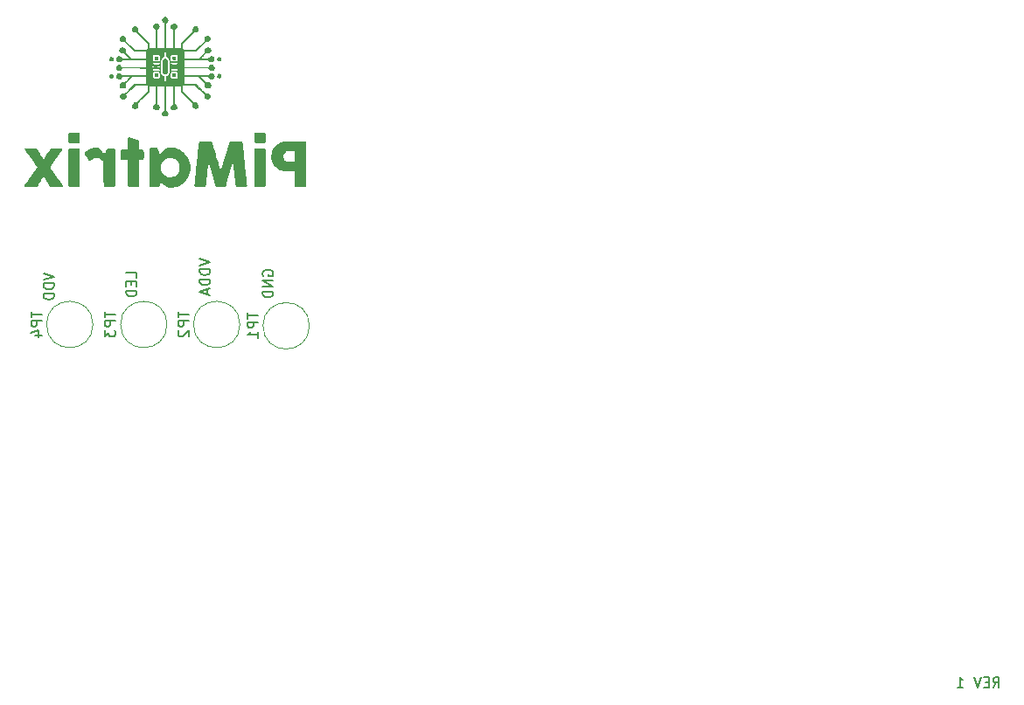
<source format=gbo>
%TF.GenerationSoftware,KiCad,Pcbnew,8.0.8*%
%TF.CreationDate,2025-03-14T22:40:07-03:00*%
%TF.ProjectId,pi_controller,70695f63-6f6e-4747-926f-6c6c65722e6b,1.0*%
%TF.SameCoordinates,Original*%
%TF.FileFunction,Legend,Bot*%
%TF.FilePolarity,Positive*%
%FSLAX46Y46*%
G04 Gerber Fmt 4.6, Leading zero omitted, Abs format (unit mm)*
G04 Created by KiCad (PCBNEW 8.0.8) date 2025-03-14 22:40:07*
%MOMM*%
%LPD*%
G01*
G04 APERTURE LIST*
%ADD10C,0.200000*%
%ADD11C,0.150000*%
%ADD12C,0.000000*%
%ADD13C,0.120000*%
G04 APERTURE END LIST*
D10*
X94117219Y-100683816D02*
X95117219Y-101017149D01*
X95117219Y-101017149D02*
X94117219Y-101350482D01*
X95117219Y-101683816D02*
X94117219Y-101683816D01*
X94117219Y-101683816D02*
X94117219Y-101921911D01*
X94117219Y-101921911D02*
X94164838Y-102064768D01*
X94164838Y-102064768D02*
X94260076Y-102160006D01*
X94260076Y-102160006D02*
X94355314Y-102207625D01*
X94355314Y-102207625D02*
X94545790Y-102255244D01*
X94545790Y-102255244D02*
X94688647Y-102255244D01*
X94688647Y-102255244D02*
X94879123Y-102207625D01*
X94879123Y-102207625D02*
X94974361Y-102160006D01*
X94974361Y-102160006D02*
X95069600Y-102064768D01*
X95069600Y-102064768D02*
X95117219Y-101921911D01*
X95117219Y-101921911D02*
X95117219Y-101683816D01*
X95117219Y-102683816D02*
X94117219Y-102683816D01*
X94117219Y-102683816D02*
X94117219Y-102921911D01*
X94117219Y-102921911D02*
X94164838Y-103064768D01*
X94164838Y-103064768D02*
X94260076Y-103160006D01*
X94260076Y-103160006D02*
X94355314Y-103207625D01*
X94355314Y-103207625D02*
X94545790Y-103255244D01*
X94545790Y-103255244D02*
X94688647Y-103255244D01*
X94688647Y-103255244D02*
X94879123Y-103207625D01*
X94879123Y-103207625D02*
X94974361Y-103160006D01*
X94974361Y-103160006D02*
X95069600Y-103064768D01*
X95069600Y-103064768D02*
X95117219Y-102921911D01*
X95117219Y-102921911D02*
X95117219Y-102683816D01*
X109230219Y-99286816D02*
X110230219Y-99620149D01*
X110230219Y-99620149D02*
X109230219Y-99953482D01*
X110230219Y-100286816D02*
X109230219Y-100286816D01*
X109230219Y-100286816D02*
X109230219Y-100524911D01*
X109230219Y-100524911D02*
X109277838Y-100667768D01*
X109277838Y-100667768D02*
X109373076Y-100763006D01*
X109373076Y-100763006D02*
X109468314Y-100810625D01*
X109468314Y-100810625D02*
X109658790Y-100858244D01*
X109658790Y-100858244D02*
X109801647Y-100858244D01*
X109801647Y-100858244D02*
X109992123Y-100810625D01*
X109992123Y-100810625D02*
X110087361Y-100763006D01*
X110087361Y-100763006D02*
X110182600Y-100667768D01*
X110182600Y-100667768D02*
X110230219Y-100524911D01*
X110230219Y-100524911D02*
X110230219Y-100286816D01*
X110230219Y-101286816D02*
X109230219Y-101286816D01*
X109230219Y-101286816D02*
X109230219Y-101524911D01*
X109230219Y-101524911D02*
X109277838Y-101667768D01*
X109277838Y-101667768D02*
X109373076Y-101763006D01*
X109373076Y-101763006D02*
X109468314Y-101810625D01*
X109468314Y-101810625D02*
X109658790Y-101858244D01*
X109658790Y-101858244D02*
X109801647Y-101858244D01*
X109801647Y-101858244D02*
X109992123Y-101810625D01*
X109992123Y-101810625D02*
X110087361Y-101763006D01*
X110087361Y-101763006D02*
X110182600Y-101667768D01*
X110182600Y-101667768D02*
X110230219Y-101524911D01*
X110230219Y-101524911D02*
X110230219Y-101286816D01*
X109944504Y-102239197D02*
X109944504Y-102715387D01*
X110230219Y-102143959D02*
X109230219Y-102477292D01*
X109230219Y-102477292D02*
X110230219Y-102810625D01*
D11*
X186035792Y-140839819D02*
X186369125Y-140363628D01*
X186607220Y-140839819D02*
X186607220Y-139839819D01*
X186607220Y-139839819D02*
X186226268Y-139839819D01*
X186226268Y-139839819D02*
X186131030Y-139887438D01*
X186131030Y-139887438D02*
X186083411Y-139935057D01*
X186083411Y-139935057D02*
X186035792Y-140030295D01*
X186035792Y-140030295D02*
X186035792Y-140173152D01*
X186035792Y-140173152D02*
X186083411Y-140268390D01*
X186083411Y-140268390D02*
X186131030Y-140316009D01*
X186131030Y-140316009D02*
X186226268Y-140363628D01*
X186226268Y-140363628D02*
X186607220Y-140363628D01*
X185607220Y-140316009D02*
X185273887Y-140316009D01*
X185131030Y-140839819D02*
X185607220Y-140839819D01*
X185607220Y-140839819D02*
X185607220Y-139839819D01*
X185607220Y-139839819D02*
X185131030Y-139839819D01*
X184845315Y-139839819D02*
X184511982Y-140839819D01*
X184511982Y-140839819D02*
X184178649Y-139839819D01*
X182559601Y-140839819D02*
X183131029Y-140839819D01*
X182845315Y-140839819D02*
X182845315Y-139839819D01*
X182845315Y-139839819D02*
X182940553Y-139982676D01*
X182940553Y-139982676D02*
X183035791Y-140077914D01*
X183035791Y-140077914D02*
X183131029Y-140125533D01*
X103120819Y-101142969D02*
X103120819Y-100666779D01*
X103120819Y-100666779D02*
X102120819Y-100666779D01*
X102597009Y-101476303D02*
X102597009Y-101809636D01*
X103120819Y-101952493D02*
X103120819Y-101476303D01*
X103120819Y-101476303D02*
X102120819Y-101476303D01*
X102120819Y-101476303D02*
X102120819Y-101952493D01*
X103120819Y-102381065D02*
X102120819Y-102381065D01*
X102120819Y-102381065D02*
X102120819Y-102619160D01*
X102120819Y-102619160D02*
X102168438Y-102762017D01*
X102168438Y-102762017D02*
X102263676Y-102857255D01*
X102263676Y-102857255D02*
X102358914Y-102904874D01*
X102358914Y-102904874D02*
X102549390Y-102952493D01*
X102549390Y-102952493D02*
X102692247Y-102952493D01*
X102692247Y-102952493D02*
X102882723Y-102904874D01*
X102882723Y-102904874D02*
X102977961Y-102857255D01*
X102977961Y-102857255D02*
X103073200Y-102762017D01*
X103073200Y-102762017D02*
X103120819Y-102619160D01*
X103120819Y-102619160D02*
X103120819Y-102381065D01*
X115376438Y-100936588D02*
X115328819Y-100841350D01*
X115328819Y-100841350D02*
X115328819Y-100698493D01*
X115328819Y-100698493D02*
X115376438Y-100555636D01*
X115376438Y-100555636D02*
X115471676Y-100460398D01*
X115471676Y-100460398D02*
X115566914Y-100412779D01*
X115566914Y-100412779D02*
X115757390Y-100365160D01*
X115757390Y-100365160D02*
X115900247Y-100365160D01*
X115900247Y-100365160D02*
X116090723Y-100412779D01*
X116090723Y-100412779D02*
X116185961Y-100460398D01*
X116185961Y-100460398D02*
X116281200Y-100555636D01*
X116281200Y-100555636D02*
X116328819Y-100698493D01*
X116328819Y-100698493D02*
X116328819Y-100793731D01*
X116328819Y-100793731D02*
X116281200Y-100936588D01*
X116281200Y-100936588D02*
X116233580Y-100984207D01*
X116233580Y-100984207D02*
X115900247Y-100984207D01*
X115900247Y-100984207D02*
X115900247Y-100793731D01*
X116328819Y-101412779D02*
X115328819Y-101412779D01*
X115328819Y-101412779D02*
X116328819Y-101984207D01*
X116328819Y-101984207D02*
X115328819Y-101984207D01*
X116328819Y-102460398D02*
X115328819Y-102460398D01*
X115328819Y-102460398D02*
X115328819Y-102698493D01*
X115328819Y-102698493D02*
X115376438Y-102841350D01*
X115376438Y-102841350D02*
X115471676Y-102936588D01*
X115471676Y-102936588D02*
X115566914Y-102984207D01*
X115566914Y-102984207D02*
X115757390Y-103031826D01*
X115757390Y-103031826D02*
X115900247Y-103031826D01*
X115900247Y-103031826D02*
X116090723Y-102984207D01*
X116090723Y-102984207D02*
X116185961Y-102936588D01*
X116185961Y-102936588D02*
X116281200Y-102841350D01*
X116281200Y-102841350D02*
X116328819Y-102698493D01*
X116328819Y-102698493D02*
X116328819Y-102460398D01*
X113881819Y-104529095D02*
X113881819Y-105100523D01*
X114881819Y-104814809D02*
X113881819Y-104814809D01*
X114881819Y-105433857D02*
X113881819Y-105433857D01*
X113881819Y-105433857D02*
X113881819Y-105814809D01*
X113881819Y-105814809D02*
X113929438Y-105910047D01*
X113929438Y-105910047D02*
X113977057Y-105957666D01*
X113977057Y-105957666D02*
X114072295Y-106005285D01*
X114072295Y-106005285D02*
X114215152Y-106005285D01*
X114215152Y-106005285D02*
X114310390Y-105957666D01*
X114310390Y-105957666D02*
X114358009Y-105910047D01*
X114358009Y-105910047D02*
X114405628Y-105814809D01*
X114405628Y-105814809D02*
X114405628Y-105433857D01*
X114881819Y-106957666D02*
X114881819Y-106386238D01*
X114881819Y-106671952D02*
X113881819Y-106671952D01*
X113881819Y-106671952D02*
X114024676Y-106576714D01*
X114024676Y-106576714D02*
X114119914Y-106481476D01*
X114119914Y-106481476D02*
X114167533Y-106386238D01*
X92926819Y-104402095D02*
X92926819Y-104973523D01*
X93926819Y-104687809D02*
X92926819Y-104687809D01*
X93926819Y-105306857D02*
X92926819Y-105306857D01*
X92926819Y-105306857D02*
X92926819Y-105687809D01*
X92926819Y-105687809D02*
X92974438Y-105783047D01*
X92974438Y-105783047D02*
X93022057Y-105830666D01*
X93022057Y-105830666D02*
X93117295Y-105878285D01*
X93117295Y-105878285D02*
X93260152Y-105878285D01*
X93260152Y-105878285D02*
X93355390Y-105830666D01*
X93355390Y-105830666D02*
X93403009Y-105783047D01*
X93403009Y-105783047D02*
X93450628Y-105687809D01*
X93450628Y-105687809D02*
X93450628Y-105306857D01*
X93260152Y-106735428D02*
X93926819Y-106735428D01*
X92879200Y-106497333D02*
X93593485Y-106259238D01*
X93593485Y-106259238D02*
X93593485Y-106878285D01*
X107150819Y-104402095D02*
X107150819Y-104973523D01*
X108150819Y-104687809D02*
X107150819Y-104687809D01*
X108150819Y-105306857D02*
X107150819Y-105306857D01*
X107150819Y-105306857D02*
X107150819Y-105687809D01*
X107150819Y-105687809D02*
X107198438Y-105783047D01*
X107198438Y-105783047D02*
X107246057Y-105830666D01*
X107246057Y-105830666D02*
X107341295Y-105878285D01*
X107341295Y-105878285D02*
X107484152Y-105878285D01*
X107484152Y-105878285D02*
X107579390Y-105830666D01*
X107579390Y-105830666D02*
X107627009Y-105783047D01*
X107627009Y-105783047D02*
X107674628Y-105687809D01*
X107674628Y-105687809D02*
X107674628Y-105306857D01*
X107246057Y-106259238D02*
X107198438Y-106306857D01*
X107198438Y-106306857D02*
X107150819Y-106402095D01*
X107150819Y-106402095D02*
X107150819Y-106640190D01*
X107150819Y-106640190D02*
X107198438Y-106735428D01*
X107198438Y-106735428D02*
X107246057Y-106783047D01*
X107246057Y-106783047D02*
X107341295Y-106830666D01*
X107341295Y-106830666D02*
X107436533Y-106830666D01*
X107436533Y-106830666D02*
X107579390Y-106783047D01*
X107579390Y-106783047D02*
X108150819Y-106211619D01*
X108150819Y-106211619D02*
X108150819Y-106830666D01*
X100038819Y-104402095D02*
X100038819Y-104973523D01*
X101038819Y-104687809D02*
X100038819Y-104687809D01*
X101038819Y-105306857D02*
X100038819Y-105306857D01*
X100038819Y-105306857D02*
X100038819Y-105687809D01*
X100038819Y-105687809D02*
X100086438Y-105783047D01*
X100086438Y-105783047D02*
X100134057Y-105830666D01*
X100134057Y-105830666D02*
X100229295Y-105878285D01*
X100229295Y-105878285D02*
X100372152Y-105878285D01*
X100372152Y-105878285D02*
X100467390Y-105830666D01*
X100467390Y-105830666D02*
X100515009Y-105783047D01*
X100515009Y-105783047D02*
X100562628Y-105687809D01*
X100562628Y-105687809D02*
X100562628Y-105306857D01*
X100038819Y-106211619D02*
X100038819Y-106830666D01*
X100038819Y-106830666D02*
X100419771Y-106497333D01*
X100419771Y-106497333D02*
X100419771Y-106640190D01*
X100419771Y-106640190D02*
X100467390Y-106735428D01*
X100467390Y-106735428D02*
X100515009Y-106783047D01*
X100515009Y-106783047D02*
X100610247Y-106830666D01*
X100610247Y-106830666D02*
X100848342Y-106830666D01*
X100848342Y-106830666D02*
X100943580Y-106783047D01*
X100943580Y-106783047D02*
X100991200Y-106735428D01*
X100991200Y-106735428D02*
X101038819Y-106640190D01*
X101038819Y-106640190D02*
X101038819Y-106354476D01*
X101038819Y-106354476D02*
X100991200Y-106259238D01*
X100991200Y-106259238D02*
X100943580Y-106211619D01*
D12*
%TO.C,G\u002A\u002A\u002A*%
G36*
X105184480Y-79853685D02*
G01*
X105184480Y-80020668D01*
X105026774Y-80020668D01*
X104869067Y-80020668D01*
X104869067Y-79853685D01*
X104869067Y-79686702D01*
X105026774Y-79686702D01*
X105184480Y-79686702D01*
X105184480Y-79853685D01*
G37*
G36*
X105184480Y-81495686D02*
G01*
X105184480Y-81653393D01*
X105026774Y-81653393D01*
X104869067Y-81653393D01*
X104869067Y-81495686D01*
X104869067Y-81337980D01*
X105026774Y-81337980D01*
X105184480Y-81337980D01*
X105184480Y-81495686D01*
G37*
G36*
X106909973Y-81495686D02*
G01*
X106909973Y-81653393D01*
X106752267Y-81653393D01*
X106594560Y-81653393D01*
X106594560Y-81495686D01*
X106594560Y-81337980D01*
X106752267Y-81337980D01*
X106909973Y-81337980D01*
X106909973Y-81495686D01*
G37*
G36*
X106909973Y-79853685D02*
G01*
X106909973Y-80022113D01*
X106747628Y-80016752D01*
X106585284Y-80011391D01*
X106585284Y-79853685D01*
X106585284Y-79695979D01*
X106747628Y-79690618D01*
X106909973Y-79685257D01*
X106909973Y-79853685D01*
G37*
G36*
X111173401Y-79745758D02*
G01*
X111245749Y-79773482D01*
X111305718Y-79827422D01*
X111345784Y-79906967D01*
X111351828Y-79933555D01*
X111347791Y-80016424D01*
X111311930Y-80091718D01*
X111248014Y-80150068D01*
X111240580Y-80154433D01*
X111156192Y-80183065D01*
X111072269Y-80177419D01*
X110996199Y-80139369D01*
X110935373Y-80070790D01*
X110910573Y-80020151D01*
X110901607Y-79948312D01*
X110926476Y-79872955D01*
X110957323Y-79825978D01*
X111021664Y-79771395D01*
X111096198Y-79744859D01*
X111173401Y-79745758D01*
G37*
G36*
X111223293Y-81380748D02*
G01*
X111285334Y-81424388D01*
X111330904Y-81484679D01*
X111353292Y-81557122D01*
X111345784Y-81637218D01*
X111343750Y-81643462D01*
X111312209Y-81703447D01*
X111268331Y-81754071D01*
X111224032Y-81783182D01*
X111143578Y-81804155D01*
X111060963Y-81791260D01*
X110983728Y-81744744D01*
X110950443Y-81710064D01*
X110910484Y-81634268D01*
X110904829Y-81553861D01*
X110933273Y-81474675D01*
X110995615Y-81402542D01*
X111005489Y-81394726D01*
X111076658Y-81361418D01*
X111151497Y-81358258D01*
X111223293Y-81380748D01*
G37*
G36*
X100709480Y-79743795D02*
G01*
X100793090Y-79770184D01*
X100858676Y-79826423D01*
X100900380Y-79908044D01*
X100909820Y-79946507D01*
X100908938Y-79993551D01*
X100888285Y-80048020D01*
X100883431Y-80057515D01*
X100844098Y-80112481D01*
X100798018Y-80153751D01*
X100732803Y-80179615D01*
X100654287Y-80180908D01*
X100578787Y-80156624D01*
X100514593Y-80111096D01*
X100469997Y-80048656D01*
X100453289Y-79973635D01*
X100453413Y-79964751D01*
X100471778Y-79873138D01*
X100518696Y-79803010D01*
X100590403Y-79758156D01*
X100683134Y-79742363D01*
X100709480Y-79743795D01*
G37*
G36*
X100680843Y-81356584D02*
G01*
X100766529Y-81375133D01*
X100835635Y-81422725D01*
X100881779Y-81492969D01*
X100898578Y-81579476D01*
X100896276Y-81614510D01*
X100869191Y-81691700D01*
X100808700Y-81759984D01*
X100796587Y-81769461D01*
X100742830Y-81794373D01*
X100669440Y-81801730D01*
X100666006Y-81801728D01*
X100605860Y-81797233D01*
X100562367Y-81778865D01*
X100516372Y-81738740D01*
X100482104Y-81700453D01*
X100459163Y-81655188D01*
X100453289Y-81598666D01*
X100453667Y-81582666D01*
X100473194Y-81490287D01*
X100519426Y-81418892D01*
X100588345Y-81372852D01*
X100675934Y-81356534D01*
X100680843Y-81356584D01*
G37*
G36*
X105971662Y-79917121D02*
G01*
X105979256Y-79920032D01*
X106018128Y-79936162D01*
X106049463Y-79954089D01*
X106074177Y-79977738D01*
X106093184Y-80011029D01*
X106107400Y-80057885D01*
X106117740Y-80122230D01*
X106125118Y-80207985D01*
X106130450Y-80319073D01*
X106134651Y-80459418D01*
X106138635Y-80632940D01*
X106140675Y-80726776D01*
X106143564Y-80867565D01*
X106145318Y-80978187D01*
X106145729Y-81063084D01*
X106144590Y-81126698D01*
X106141693Y-81173468D01*
X106136832Y-81207837D01*
X106129799Y-81234246D01*
X106120386Y-81257135D01*
X106108387Y-81280946D01*
X106060197Y-81349767D01*
X106000842Y-81397992D01*
X105982110Y-81407051D01*
X105895073Y-81426204D01*
X105808146Y-81412365D01*
X105729086Y-81367913D01*
X105665648Y-81295226D01*
X105662564Y-81290125D01*
X105653087Y-81271728D01*
X105645655Y-81249559D01*
X105640069Y-81219452D01*
X105636126Y-81177239D01*
X105633628Y-81118756D01*
X105632373Y-81039834D01*
X105632161Y-80936307D01*
X105632792Y-80804009D01*
X105634065Y-80638772D01*
X105639045Y-80041610D01*
X105693936Y-79984341D01*
X105709237Y-79969239D01*
X105789959Y-79915389D01*
X105877398Y-79898025D01*
X105971662Y-79917121D01*
G37*
G36*
X115093994Y-87074740D02*
G01*
X115522161Y-87080347D01*
X115567895Y-87133552D01*
X115613628Y-87186757D01*
X115608002Y-87590851D01*
X115607144Y-87650270D01*
X115605013Y-87769858D01*
X115602409Y-87859507D01*
X115598846Y-87924289D01*
X115593837Y-87969273D01*
X115586896Y-87999530D01*
X115577535Y-88020131D01*
X115565269Y-88036147D01*
X115531183Y-88067382D01*
X115491054Y-88092537D01*
X115486629Y-88093802D01*
X115448576Y-88098307D01*
X115381188Y-88102291D01*
X115290596Y-88105519D01*
X115182930Y-88107760D01*
X115064319Y-88108778D01*
X115055098Y-88108802D01*
X114925529Y-88108837D01*
X114827399Y-88107924D01*
X114755374Y-88105657D01*
X114704120Y-88101626D01*
X114668304Y-88095422D01*
X114642593Y-88086638D01*
X114621652Y-88074864D01*
X114594178Y-88055992D01*
X114560724Y-88027780D01*
X114536126Y-87995312D01*
X114519029Y-87953112D01*
X114508079Y-87895709D01*
X114501919Y-87817626D01*
X114499196Y-87713392D01*
X114498554Y-87577531D01*
X114498677Y-87525623D01*
X114500627Y-87391363D01*
X114504847Y-87286435D01*
X114511202Y-87213416D01*
X114519556Y-87174882D01*
X114521352Y-87171014D01*
X114539474Y-87140256D01*
X114564150Y-87116368D01*
X114599739Y-87098589D01*
X114650601Y-87086160D01*
X114721098Y-87078321D01*
X114815589Y-87074312D01*
X114938434Y-87073371D01*
X115093994Y-87074740D01*
G37*
G36*
X96967967Y-87072776D02*
G01*
X97117788Y-87074582D01*
X97239891Y-87075702D01*
X97359008Y-87077191D01*
X97449216Y-87082693D01*
X97514491Y-87096331D01*
X97558810Y-87122227D01*
X97586153Y-87164503D01*
X97600495Y-87227283D01*
X97605815Y-87314687D01*
X97606090Y-87430840D01*
X97605298Y-87579864D01*
X97605233Y-87669192D01*
X97604684Y-87783492D01*
X97603231Y-87868837D01*
X97600469Y-87930222D01*
X97595990Y-87972645D01*
X97589388Y-88001102D01*
X97580257Y-88020589D01*
X97568191Y-88036104D01*
X97534089Y-88067379D01*
X97493976Y-88092537D01*
X97490075Y-88093687D01*
X97452812Y-88098232D01*
X97386102Y-88102264D01*
X97296112Y-88105545D01*
X97189009Y-88107837D01*
X97070958Y-88108900D01*
X97068761Y-88108907D01*
X96926083Y-88108798D01*
X96815388Y-88106775D01*
X96731629Y-88101729D01*
X96669761Y-88092552D01*
X96624735Y-88078137D01*
X96591507Y-88057374D01*
X96565028Y-88029156D01*
X96540252Y-87992376D01*
X96537941Y-87988596D01*
X96525228Y-87964741D01*
X96515846Y-87937581D01*
X96509292Y-87901482D01*
X96505068Y-87850811D01*
X96502670Y-87779934D01*
X96501599Y-87683217D01*
X96501354Y-87555028D01*
X96501354Y-87180620D01*
X96549997Y-87135539D01*
X96554218Y-87131678D01*
X96578924Y-87111986D01*
X96607089Y-87096913D01*
X96643518Y-87085943D01*
X96693015Y-87078561D01*
X96760385Y-87074249D01*
X96850434Y-87072492D01*
X96967967Y-87072776D01*
G37*
G36*
X97117884Y-88577242D02*
G01*
X97502493Y-88583196D01*
X97553895Y-88634636D01*
X97605298Y-88686076D01*
X97610240Y-90434344D01*
X97610934Y-90712308D01*
X97611393Y-90995455D01*
X97611485Y-91244645D01*
X97611194Y-91461554D01*
X97610503Y-91647858D01*
X97609397Y-91805233D01*
X97607859Y-91935356D01*
X97605875Y-92039904D01*
X97603428Y-92120552D01*
X97600502Y-92178978D01*
X97597082Y-92216856D01*
X97593150Y-92235864D01*
X97561689Y-92279986D01*
X97513993Y-92313991D01*
X97509480Y-92315714D01*
X97462283Y-92325000D01*
X97386502Y-92332205D01*
X97289408Y-92337324D01*
X97178273Y-92340354D01*
X97060367Y-92341290D01*
X96942962Y-92340130D01*
X96833330Y-92336869D01*
X96738741Y-92331504D01*
X96666468Y-92324032D01*
X96623782Y-92314447D01*
X96618171Y-92312177D01*
X96598487Y-92305019D01*
X96581138Y-92298446D01*
X96565976Y-92290242D01*
X96552856Y-92278189D01*
X96541630Y-92260070D01*
X96532152Y-92233668D01*
X96524275Y-92196766D01*
X96517852Y-92147146D01*
X96512738Y-92082591D01*
X96508784Y-92000885D01*
X96505845Y-91899809D01*
X96503773Y-91777146D01*
X96502423Y-91630680D01*
X96501647Y-91458193D01*
X96501299Y-91257467D01*
X96501231Y-91026287D01*
X96501299Y-90762433D01*
X96501354Y-90463690D01*
X96501354Y-88725195D01*
X96549105Y-88668446D01*
X96567416Y-88648340D01*
X96598918Y-88622506D01*
X96637920Y-88603215D01*
X96689349Y-88589676D01*
X96758133Y-88581099D01*
X96849198Y-88576695D01*
X96967473Y-88575672D01*
X97117884Y-88577242D01*
G37*
G36*
X115114962Y-88577242D02*
G01*
X115499571Y-88583196D01*
X115550974Y-88634636D01*
X115602376Y-88686076D01*
X115607319Y-90434344D01*
X115608012Y-90712308D01*
X115608472Y-90995455D01*
X115608563Y-91244645D01*
X115608272Y-91461554D01*
X115607581Y-91647858D01*
X115606475Y-91805233D01*
X115604938Y-91935356D01*
X115602953Y-92039904D01*
X115600506Y-92120552D01*
X115597580Y-92178978D01*
X115594160Y-92216856D01*
X115590228Y-92235864D01*
X115558767Y-92279986D01*
X115511071Y-92313991D01*
X115506558Y-92315714D01*
X115459361Y-92325000D01*
X115383581Y-92332205D01*
X115286487Y-92337324D01*
X115175351Y-92340354D01*
X115057445Y-92341290D01*
X114940040Y-92340130D01*
X114830408Y-92336869D01*
X114735819Y-92331504D01*
X114663546Y-92324032D01*
X114620860Y-92314447D01*
X114615806Y-92312396D01*
X114596032Y-92305178D01*
X114578604Y-92298601D01*
X114563372Y-92290444D01*
X114550191Y-92278488D01*
X114538913Y-92260512D01*
X114529390Y-92234294D01*
X114521475Y-92197616D01*
X114515021Y-92148256D01*
X114509881Y-92083994D01*
X114505907Y-92002609D01*
X114502952Y-91901881D01*
X114500869Y-91779589D01*
X114499511Y-91633514D01*
X114498730Y-91461433D01*
X114498378Y-91261128D01*
X114498310Y-91030377D01*
X114498377Y-90766960D01*
X114498432Y-90468656D01*
X114498432Y-88735128D01*
X114545304Y-88673676D01*
X114565926Y-88649088D01*
X114596396Y-88622852D01*
X114634747Y-88603312D01*
X114685843Y-88589645D01*
X114754548Y-88581028D01*
X114845727Y-88576638D01*
X114964244Y-88575650D01*
X115114962Y-88577242D01*
G37*
G36*
X102418698Y-87516964D02*
G01*
X102459179Y-87526536D01*
X102526811Y-87546316D01*
X102615694Y-87574453D01*
X102719929Y-87609098D01*
X102833617Y-87648400D01*
X102928639Y-87681604D01*
X103062107Y-87728244D01*
X103166807Y-87767371D01*
X103246206Y-87803132D01*
X103303770Y-87839672D01*
X103342966Y-87881135D01*
X103367261Y-87931668D01*
X103380123Y-87995415D01*
X103385017Y-88076521D01*
X103385411Y-88179132D01*
X103384772Y-88307392D01*
X103384772Y-88685241D01*
X103515244Y-88685241D01*
X103582030Y-88687569D01*
X103683448Y-88704949D01*
X103755559Y-88740151D01*
X103800998Y-88794180D01*
X103808821Y-88819457D01*
X103817847Y-88881004D01*
X103824678Y-88966389D01*
X103829263Y-89068005D01*
X103831547Y-89178245D01*
X103831477Y-89289503D01*
X103829000Y-89394172D01*
X103824063Y-89484646D01*
X103816613Y-89553319D01*
X103806595Y-89592583D01*
X103770625Y-89645067D01*
X103717705Y-89683243D01*
X103643197Y-89705407D01*
X103539952Y-89714837D01*
X103394049Y-89719888D01*
X103384772Y-90960526D01*
X103384701Y-90970102D01*
X103382844Y-91220312D01*
X103381126Y-91436147D01*
X103379319Y-91620242D01*
X103377194Y-91775234D01*
X103374521Y-91903759D01*
X103371072Y-92008453D01*
X103366618Y-92091953D01*
X103360930Y-92156893D01*
X103353780Y-92205911D01*
X103344938Y-92241643D01*
X103334177Y-92266725D01*
X103321266Y-92283792D01*
X103305977Y-92295481D01*
X103288082Y-92304429D01*
X103267351Y-92313271D01*
X103262803Y-92315004D01*
X103215558Y-92324332D01*
X103139738Y-92331641D01*
X103042619Y-92336913D01*
X102931478Y-92340131D01*
X102813591Y-92341279D01*
X102696234Y-92340339D01*
X102586684Y-92337295D01*
X102492217Y-92332128D01*
X102420110Y-92324823D01*
X102377639Y-92315361D01*
X102369523Y-92312073D01*
X102348363Y-92303921D01*
X102330177Y-92295610D01*
X102314721Y-92284500D01*
X102301750Y-92267953D01*
X102291018Y-92243330D01*
X102282280Y-92207992D01*
X102275293Y-92159299D01*
X102269810Y-92094614D01*
X102265588Y-92011296D01*
X102262380Y-91906708D01*
X102259943Y-91778209D01*
X102258031Y-91623162D01*
X102256399Y-91438927D01*
X102254803Y-91222865D01*
X102252997Y-90972338D01*
X102243720Y-89721361D01*
X101965415Y-89718166D01*
X101840089Y-89716084D01*
X101740544Y-89710259D01*
X101665754Y-89696546D01*
X101612180Y-89670770D01*
X101576282Y-89628757D01*
X101554523Y-89566333D01*
X101543362Y-89479324D01*
X101539261Y-89363556D01*
X101538680Y-89214855D01*
X101538688Y-89184662D01*
X101539773Y-89037079D01*
X101545063Y-88921873D01*
X101557910Y-88835037D01*
X101581664Y-88772560D01*
X101619676Y-88730434D01*
X101675298Y-88704648D01*
X101751881Y-88691193D01*
X101852775Y-88686061D01*
X101981331Y-88685241D01*
X102251391Y-88685241D01*
X102256833Y-88145554D01*
X102262274Y-87605867D01*
X102314331Y-87561112D01*
X102318966Y-87557274D01*
X102367459Y-87528253D01*
X102412556Y-87516358D01*
X102418698Y-87516964D01*
G37*
G36*
X99249412Y-88521481D02*
G01*
X99347194Y-88535460D01*
X99435075Y-88564108D01*
X99518912Y-88610818D01*
X99604560Y-88678988D01*
X99697874Y-88772013D01*
X99804711Y-88893287D01*
X99832671Y-88925997D01*
X99894763Y-88996251D01*
X99948108Y-89053408D01*
X99987768Y-89092281D01*
X100008802Y-89107678D01*
X100022017Y-89103669D01*
X100048819Y-89068010D01*
X100080868Y-88996456D01*
X100097020Y-88955256D01*
X100148729Y-88830970D01*
X100195872Y-88729239D01*
X100236356Y-88654375D01*
X100268091Y-88610688D01*
X100268476Y-88610304D01*
X100285847Y-88596138D01*
X100308914Y-88586188D01*
X100343957Y-88579722D01*
X100397258Y-88576010D01*
X100475099Y-88574320D01*
X100583761Y-88573919D01*
X100624876Y-88574034D01*
X100748323Y-88576653D01*
X100841556Y-88583737D01*
X100909869Y-88596620D01*
X100958555Y-88616635D01*
X100992909Y-88645117D01*
X101018224Y-88683399D01*
X101022638Y-88694121D01*
X101027075Y-88711782D01*
X101030927Y-88737422D01*
X101034225Y-88773282D01*
X101037001Y-88821603D01*
X101039283Y-88884625D01*
X101041102Y-88964590D01*
X101042489Y-89063736D01*
X101043474Y-89184306D01*
X101044088Y-89328539D01*
X101044360Y-89498676D01*
X101044322Y-89696958D01*
X101044004Y-89925625D01*
X101043436Y-90186918D01*
X101042649Y-90483078D01*
X101037731Y-92226014D01*
X100993679Y-92272901D01*
X100992161Y-92274497D01*
X100950045Y-92308897D01*
X100910188Y-92327526D01*
X100899857Y-92329140D01*
X100846885Y-92333309D01*
X100768097Y-92336175D01*
X100670484Y-92337802D01*
X100561037Y-92338251D01*
X100446747Y-92337585D01*
X100334604Y-92335869D01*
X100231598Y-92333165D01*
X100144721Y-92329535D01*
X100080962Y-92325043D01*
X100047313Y-92319752D01*
X100036225Y-92315934D01*
X100013584Y-92307590D01*
X99994226Y-92297485D01*
X99977871Y-92282900D01*
X99964234Y-92261116D01*
X99953034Y-92229415D01*
X99943987Y-92185078D01*
X99936812Y-92125386D01*
X99931225Y-92047620D01*
X99926944Y-91949062D01*
X99923686Y-91826992D01*
X99921168Y-91678692D01*
X99919108Y-91501443D01*
X99917224Y-91292526D01*
X99915232Y-91049223D01*
X99905956Y-89915835D01*
X99850295Y-89835532D01*
X99823785Y-89798959D01*
X99737691Y-89697782D01*
X99646744Y-89613224D01*
X99560174Y-89554236D01*
X99542406Y-89545172D01*
X99498861Y-89527744D01*
X99449930Y-89517387D01*
X99385057Y-89512390D01*
X99293684Y-89511042D01*
X99196869Y-89513438D01*
X99089931Y-89526535D01*
X98997642Y-89554722D01*
X98907632Y-89602115D01*
X98807531Y-89672831D01*
X98790344Y-89685846D01*
X98711944Y-89739225D01*
X98644352Y-89771076D01*
X98583860Y-89779635D01*
X98526764Y-89763138D01*
X98469357Y-89719820D01*
X98407931Y-89647916D01*
X98338781Y-89545661D01*
X98258201Y-89411292D01*
X98227160Y-89357266D01*
X98166286Y-89246578D01*
X98124223Y-89160392D01*
X98099542Y-89094316D01*
X98090814Y-89043961D01*
X98096609Y-89004937D01*
X98115499Y-88972853D01*
X98117350Y-88970698D01*
X98154899Y-88936644D01*
X98216495Y-88889756D01*
X98294547Y-88835063D01*
X98381466Y-88777595D01*
X98469663Y-88722382D01*
X98551549Y-88674452D01*
X98619534Y-88638835D01*
X98735649Y-88590763D01*
X98942133Y-88536946D01*
X99158521Y-88518580D01*
X99249412Y-88521481D01*
G37*
G36*
X108334403Y-90475983D02*
G01*
X108315961Y-90722708D01*
X108265923Y-90966209D01*
X108184275Y-91203327D01*
X108071004Y-91430906D01*
X107926095Y-91645788D01*
X107749534Y-91844818D01*
X107672411Y-91919629D01*
X107596814Y-91988084D01*
X107527361Y-92043618D01*
X107454023Y-92094167D01*
X107366769Y-92147666D01*
X107252711Y-92208643D01*
X107040873Y-92295315D01*
X106814602Y-92358474D01*
X106585284Y-92394523D01*
X106543937Y-92397922D01*
X106377979Y-92399872D01*
X106225826Y-92379669D01*
X106081531Y-92335040D01*
X105939147Y-92263714D01*
X105792728Y-92163417D01*
X105636328Y-92031878D01*
X105584052Y-91985034D01*
X105530701Y-91938420D01*
X105492806Y-91906724D01*
X105476312Y-91895029D01*
X105469260Y-91905913D01*
X105451447Y-91945260D01*
X105426368Y-92006578D01*
X105397027Y-92082754D01*
X105369431Y-92155892D01*
X105342626Y-92218988D01*
X105314667Y-92265863D01*
X105280417Y-92298834D01*
X105234739Y-92320217D01*
X105172499Y-92332329D01*
X105088560Y-92337486D01*
X104977785Y-92338004D01*
X104835039Y-92336199D01*
X104457768Y-92331041D01*
X104403666Y-92270448D01*
X104349564Y-92209856D01*
X104349564Y-90447841D01*
X104349564Y-90407190D01*
X105464470Y-90407190D01*
X105469526Y-90582303D01*
X105505157Y-90750171D01*
X105569927Y-90907016D01*
X105662403Y-91049062D01*
X105781150Y-91172532D01*
X105924733Y-91273649D01*
X106091718Y-91348636D01*
X106173206Y-91372427D01*
X106346300Y-91398210D01*
X106516762Y-91392151D01*
X106679988Y-91355978D01*
X106831373Y-91291419D01*
X106966311Y-91200202D01*
X107080198Y-91084054D01*
X107168429Y-90944702D01*
X107228065Y-90795493D01*
X107268385Y-90615495D01*
X107278590Y-90433129D01*
X107259696Y-90253507D01*
X107212722Y-90081738D01*
X107138686Y-89922932D01*
X107038604Y-89782200D01*
X106913495Y-89664650D01*
X106779855Y-89583687D01*
X106623414Y-89527769D01*
X106456534Y-89501949D01*
X106285474Y-89506592D01*
X106116492Y-89542063D01*
X105955847Y-89608728D01*
X105916906Y-89631815D01*
X105819189Y-89706126D01*
X105722836Y-89798905D01*
X105638723Y-89899033D01*
X105577724Y-89995389D01*
X105551819Y-90050333D01*
X105491423Y-90228608D01*
X105464470Y-90407190D01*
X104349564Y-90407190D01*
X104349564Y-88685826D01*
X104403689Y-88625234D01*
X104457813Y-88564642D01*
X104785625Y-88564642D01*
X105113437Y-88564642D01*
X105154264Y-88612082D01*
X105156834Y-88615319D01*
X105179442Y-88655086D01*
X105209141Y-88720646D01*
X105242369Y-88803664D01*
X105275564Y-88895810D01*
X105283719Y-88919507D01*
X105313681Y-89002327D01*
X105339943Y-89068635D01*
X105359919Y-89112171D01*
X105371019Y-89126675D01*
X105376954Y-89122324D01*
X105403827Y-89095249D01*
X105445108Y-89049446D01*
X105494617Y-88991667D01*
X105627356Y-88850429D01*
X105793167Y-88715008D01*
X105968324Y-88612793D01*
X106150113Y-88545631D01*
X106152120Y-88545100D01*
X106288299Y-88522676D01*
X106447484Y-88518658D01*
X106621215Y-88532022D01*
X106801037Y-88561744D01*
X106978490Y-88606799D01*
X107145118Y-88666163D01*
X107222868Y-88700421D01*
X107403519Y-88797053D01*
X107571178Y-88914387D01*
X107737200Y-89059978D01*
X107782328Y-89104697D01*
X107953167Y-89304475D01*
X108092494Y-89519971D01*
X108200295Y-89748026D01*
X108276556Y-89985485D01*
X108321263Y-90229190D01*
X108332121Y-90433129D01*
X108334403Y-90475983D01*
G37*
G36*
X119545035Y-90141979D02*
G01*
X119545035Y-92282552D01*
X119503289Y-92312073D01*
X119493988Y-92317671D01*
X119472794Y-92325354D01*
X119440847Y-92331033D01*
X119393756Y-92334907D01*
X119327129Y-92337175D01*
X119236576Y-92338034D01*
X119117707Y-92337682D01*
X118966130Y-92336318D01*
X118904073Y-92335599D01*
X118757573Y-92333238D01*
X118643626Y-92330163D01*
X118558894Y-92326184D01*
X118500042Y-92321112D01*
X118463732Y-92314760D01*
X118446627Y-92306938D01*
X118445776Y-92305972D01*
X118439517Y-92289824D01*
X118434251Y-92256760D01*
X118429865Y-92203894D01*
X118426250Y-92128343D01*
X118423296Y-92027222D01*
X118420891Y-91897647D01*
X118418926Y-91736734D01*
X118417289Y-91541598D01*
X118412040Y-90800361D01*
X117972000Y-90800209D01*
X117969737Y-90800208D01*
X117763872Y-90798834D01*
X117590002Y-90794318D01*
X117443131Y-90785770D01*
X117318265Y-90772297D01*
X117210409Y-90753010D01*
X117114568Y-90727016D01*
X117025748Y-90693424D01*
X116938954Y-90651344D01*
X116849191Y-90599885D01*
X116694130Y-90494135D01*
X116549112Y-90363794D01*
X116428427Y-90214362D01*
X116325572Y-90038870D01*
X116321232Y-90030187D01*
X116232415Y-89811224D01*
X116180170Y-89587034D01*
X116164616Y-89359298D01*
X116165247Y-89352483D01*
X117317671Y-89352483D01*
X117330536Y-89482629D01*
X117375831Y-89610221D01*
X117437552Y-89709276D01*
X117523071Y-89791549D01*
X117629329Y-89846205D01*
X117645725Y-89850974D01*
X117702750Y-89860079D01*
X117788314Y-89866482D01*
X117905253Y-89870353D01*
X118056400Y-89871863D01*
X118413857Y-89872677D01*
X118408920Y-89367089D01*
X118403983Y-88861501D01*
X118042186Y-88861503D01*
X118020146Y-88861507D01*
X117899702Y-88861846D01*
X117809263Y-88863150D01*
X117742690Y-88866013D01*
X117693846Y-88871025D01*
X117656594Y-88878779D01*
X117624794Y-88889867D01*
X117592309Y-88904880D01*
X117553731Y-88926156D01*
X117455265Y-89006618D01*
X117381873Y-89108487D01*
X117335396Y-89225772D01*
X117317671Y-89352483D01*
X116165247Y-89352483D01*
X116185874Y-89129690D01*
X116244064Y-88899890D01*
X116252898Y-88874214D01*
X116346358Y-88662548D01*
X116468502Y-88472510D01*
X116617287Y-88306423D01*
X116790668Y-88166612D01*
X116986603Y-88055401D01*
X117021476Y-88039187D01*
X117070169Y-88017188D01*
X117115641Y-87998573D01*
X117161250Y-87983036D01*
X117210358Y-87970267D01*
X117266325Y-87959959D01*
X117332513Y-87951803D01*
X117412282Y-87945492D01*
X117508992Y-87940716D01*
X117626005Y-87937169D01*
X117766681Y-87934542D01*
X117934381Y-87932527D01*
X118132465Y-87930816D01*
X118364295Y-87929101D01*
X118490155Y-87928266D01*
X118677804Y-87927333D01*
X118852916Y-87926833D01*
X119011980Y-87926757D01*
X119151487Y-87927093D01*
X119267928Y-87927831D01*
X119357791Y-87928960D01*
X119417569Y-87930469D01*
X119443750Y-87932349D01*
X119444755Y-87932597D01*
X119460003Y-87935545D01*
X119473629Y-87937908D01*
X119485722Y-87941671D01*
X119496375Y-87948816D01*
X119505677Y-87961328D01*
X119513721Y-87981190D01*
X119520596Y-88010386D01*
X119526393Y-88050901D01*
X119531205Y-88104717D01*
X119535121Y-88173819D01*
X119538232Y-88260190D01*
X119540630Y-88365815D01*
X119542405Y-88492676D01*
X119543648Y-88642758D01*
X119544451Y-88818045D01*
X119544904Y-89020520D01*
X119545098Y-89252167D01*
X119545124Y-89514970D01*
X119545073Y-89810913D01*
X119545066Y-89872677D01*
X119545035Y-90141979D01*
G37*
G36*
X95477280Y-88573991D02*
G01*
X95602774Y-88574424D01*
X95699184Y-88575508D01*
X95770826Y-88577536D01*
X95822017Y-88580796D01*
X95857072Y-88585580D01*
X95880307Y-88592177D01*
X95896040Y-88600879D01*
X95908585Y-88611975D01*
X95932868Y-88645904D01*
X95933785Y-88690828D01*
X95921272Y-88715187D01*
X95888074Y-88768867D01*
X95836079Y-88848342D01*
X95766838Y-88951359D01*
X95681900Y-89075664D01*
X95582817Y-89219002D01*
X95471140Y-89379120D01*
X95348418Y-89553765D01*
X95216202Y-89740681D01*
X95076044Y-89937615D01*
X95052979Y-89970002D01*
X94974120Y-90081922D01*
X94903522Y-90183921D01*
X94843884Y-90271972D01*
X94797910Y-90342049D01*
X94768298Y-90390125D01*
X94757749Y-90412173D01*
X94764323Y-90427882D01*
X94789985Y-90471109D01*
X94832294Y-90536375D01*
X94888312Y-90619275D01*
X94955106Y-90715403D01*
X95029739Y-90820354D01*
X95057122Y-90858485D01*
X95142181Y-90977382D01*
X95235422Y-91108278D01*
X95333871Y-91246953D01*
X95434555Y-91389187D01*
X95534501Y-91530758D01*
X95630736Y-91667445D01*
X95720287Y-91795029D01*
X95800180Y-91909287D01*
X95867442Y-92005999D01*
X95919101Y-92080944D01*
X95952183Y-92129901D01*
X95973835Y-92163645D01*
X95990696Y-92199017D01*
X95990073Y-92227354D01*
X95974313Y-92262739D01*
X95972833Y-92265555D01*
X95946180Y-92305924D01*
X95921941Y-92327900D01*
X95918031Y-92328698D01*
X95883139Y-92331104D01*
X95817499Y-92333345D01*
X95725913Y-92335332D01*
X95613184Y-92336972D01*
X95484117Y-92338176D01*
X95343514Y-92338853D01*
X94788669Y-92340318D01*
X94721965Y-92268705D01*
X94718951Y-92265298D01*
X94690373Y-92225864D01*
X94647746Y-92159377D01*
X94594009Y-92070762D01*
X94532099Y-91964943D01*
X94464953Y-91846846D01*
X94395510Y-91721394D01*
X94377278Y-91688089D01*
X94311745Y-91569814D01*
X94251887Y-91463945D01*
X94200080Y-91374541D01*
X94158701Y-91305656D01*
X94130128Y-91261348D01*
X94116737Y-91245673D01*
X94115311Y-91246437D01*
X94098659Y-91268545D01*
X94067221Y-91318047D01*
X94023437Y-91390685D01*
X93969745Y-91482199D01*
X93908588Y-91588329D01*
X93842405Y-91704817D01*
X93773636Y-91827403D01*
X93704721Y-91951827D01*
X93638101Y-92073830D01*
X93576216Y-92189153D01*
X93550197Y-92232144D01*
X93509591Y-92283794D01*
X93473385Y-92314391D01*
X93455510Y-92321047D01*
X93420730Y-92327672D01*
X93368281Y-92332697D01*
X93294277Y-92336296D01*
X93194830Y-92338648D01*
X93066056Y-92339930D01*
X92904067Y-92340318D01*
X92834665Y-92340264D01*
X92674665Y-92339388D01*
X92546844Y-92336924D01*
X92447627Y-92332207D01*
X92373441Y-92324574D01*
X92320709Y-92313361D01*
X92285858Y-92297905D01*
X92265313Y-92277542D01*
X92255500Y-92251610D01*
X92252843Y-92219444D01*
X92252840Y-92218804D01*
X92254531Y-92201098D01*
X92260679Y-92179427D01*
X92272855Y-92151417D01*
X92292631Y-92114695D01*
X92321579Y-92066888D01*
X92361270Y-92005623D01*
X92413275Y-91928527D01*
X92479167Y-91833226D01*
X92560516Y-91717349D01*
X92658894Y-91578521D01*
X92775872Y-91414369D01*
X92913023Y-91222521D01*
X93495385Y-90408701D01*
X93352472Y-90200988D01*
X93314440Y-90146148D01*
X93253954Y-90059719D01*
X93178592Y-89952590D01*
X93091920Y-89829813D01*
X92997505Y-89696439D01*
X92898915Y-89557522D01*
X92799716Y-89418112D01*
X92760226Y-89362712D01*
X92645286Y-89201612D01*
X92549632Y-89067427D01*
X92471712Y-88957512D01*
X92409976Y-88869221D01*
X92362873Y-88799906D01*
X92328853Y-88746923D01*
X92306365Y-88707624D01*
X92293858Y-88679364D01*
X92289782Y-88659496D01*
X92292587Y-88645375D01*
X92300720Y-88634353D01*
X92312633Y-88623786D01*
X92326774Y-88611026D01*
X92334989Y-88603444D01*
X92349514Y-88594133D01*
X92370574Y-88587028D01*
X92402536Y-88581841D01*
X92449769Y-88578283D01*
X92516639Y-88576066D01*
X92607513Y-88574902D01*
X92726760Y-88574501D01*
X92878746Y-88574576D01*
X93000470Y-88574941D01*
X93137209Y-88576166D01*
X93243462Y-88578392D01*
X93323047Y-88581799D01*
X93379784Y-88586566D01*
X93417488Y-88592872D01*
X93439980Y-88600895D01*
X93454098Y-88613549D01*
X93489755Y-88658770D01*
X93541635Y-88733985D01*
X93608736Y-88837672D01*
X93690058Y-88968311D01*
X93784598Y-89124380D01*
X93820318Y-89183704D01*
X93892653Y-89301972D01*
X93958825Y-89407726D01*
X94016306Y-89497070D01*
X94062567Y-89566110D01*
X94095081Y-89610950D01*
X94111318Y-89627696D01*
X94134682Y-89616358D01*
X94171671Y-89572573D01*
X94219539Y-89497820D01*
X94261675Y-89426858D01*
X94331570Y-89311041D01*
X94405681Y-89190115D01*
X94480681Y-89069358D01*
X94553241Y-88954045D01*
X94620033Y-88849454D01*
X94677730Y-88760861D01*
X94723003Y-88693541D01*
X94752526Y-88652772D01*
X94815452Y-88573919D01*
X95342990Y-88573919D01*
X95477280Y-88573991D01*
G37*
G36*
X112829583Y-87924588D02*
G01*
X112979379Y-87925301D01*
X113097855Y-87927491D01*
X113188969Y-87931939D01*
X113256680Y-87939429D01*
X113304946Y-87950743D01*
X113337725Y-87966665D01*
X113358978Y-87987976D01*
X113372661Y-88015461D01*
X113382734Y-88049901D01*
X113383799Y-88054320D01*
X113393956Y-88110368D01*
X113404092Y-88186575D01*
X113412158Y-88267783D01*
X113413873Y-88287122D01*
X113419628Y-88347173D01*
X113428774Y-88439776D01*
X113441035Y-88562213D01*
X113456134Y-88711765D01*
X113473794Y-88885716D01*
X113493739Y-89081346D01*
X113515691Y-89295939D01*
X113539375Y-89526775D01*
X113564513Y-89771137D01*
X113590828Y-90026308D01*
X113618043Y-90289568D01*
X113636227Y-90465473D01*
X113662454Y-90720013D01*
X113687400Y-90963074D01*
X113710807Y-91192114D01*
X113732419Y-91404589D01*
X113751981Y-91597958D01*
X113769236Y-91769676D01*
X113783928Y-91917201D01*
X113795802Y-92037991D01*
X113804600Y-92129501D01*
X113810066Y-92189190D01*
X113811945Y-92214513D01*
X113803059Y-92256806D01*
X113774838Y-92303210D01*
X113774044Y-92304000D01*
X113760484Y-92315415D01*
X113742706Y-92324155D01*
X113716014Y-92330574D01*
X113675708Y-92335030D01*
X113617089Y-92337876D01*
X113535460Y-92339470D01*
X113426121Y-92340165D01*
X113284373Y-92340318D01*
X113196355Y-92339991D01*
X113074238Y-92338413D01*
X112966318Y-92335706D01*
X112878322Y-92332073D01*
X112815977Y-92327713D01*
X112785011Y-92322827D01*
X112752822Y-92303569D01*
X112728493Y-92271804D01*
X112725232Y-92252312D01*
X112718056Y-92198420D01*
X112707562Y-92113955D01*
X112694144Y-92002270D01*
X112678195Y-91866718D01*
X112660109Y-91710651D01*
X112640281Y-91537421D01*
X112619104Y-91350380D01*
X112596973Y-91152881D01*
X112578107Y-90984034D01*
X112556622Y-90792668D01*
X112536402Y-90613558D01*
X112517852Y-90450222D01*
X112501373Y-90306177D01*
X112487369Y-90184942D01*
X112476242Y-90090035D01*
X112468394Y-90024973D01*
X112464229Y-89993276D01*
X112452492Y-89919061D01*
X112428036Y-89974722D01*
X112426685Y-89977881D01*
X112420673Y-89993489D01*
X112412575Y-90016930D01*
X112401760Y-90050344D01*
X112387597Y-90095870D01*
X112369456Y-90155649D01*
X112346705Y-90231821D01*
X112318715Y-90326526D01*
X112284854Y-90441904D01*
X112244492Y-90580096D01*
X112196998Y-90743240D01*
X112141742Y-90933478D01*
X112078093Y-91152949D01*
X112005419Y-91403793D01*
X111923091Y-91688151D01*
X111895102Y-91784298D01*
X111848944Y-91939548D01*
X111810641Y-92063108D01*
X111779257Y-92157745D01*
X111753853Y-92226225D01*
X111733493Y-92271316D01*
X111717238Y-92295784D01*
X111716878Y-92296158D01*
X111701993Y-92310673D01*
X111685675Y-92321598D01*
X111662827Y-92329443D01*
X111628353Y-92334718D01*
X111577156Y-92337933D01*
X111504142Y-92339598D01*
X111404212Y-92340223D01*
X111272271Y-92340318D01*
X111241335Y-92340308D01*
X111105619Y-92339728D01*
X111001366Y-92337530D01*
X110923862Y-92332712D01*
X110868397Y-92324277D01*
X110830256Y-92311225D01*
X110804729Y-92292556D01*
X110787103Y-92267272D01*
X110772666Y-92234373D01*
X110769658Y-92225738D01*
X110755901Y-92181872D01*
X110733324Y-92107038D01*
X110702879Y-92004510D01*
X110665520Y-91877563D01*
X110622198Y-91729472D01*
X110573866Y-91563512D01*
X110521477Y-91382957D01*
X110465984Y-91191082D01*
X110408339Y-90991161D01*
X110349495Y-90786469D01*
X110290404Y-90580282D01*
X110232019Y-90375873D01*
X110199110Y-90260991D01*
X110164480Y-90142291D01*
X110137513Y-90053620D01*
X110117030Y-89991725D01*
X110101851Y-89953355D01*
X110090797Y-89935260D01*
X110082688Y-89934190D01*
X110076345Y-89946892D01*
X110073850Y-89962700D01*
X110067506Y-90012411D01*
X110057941Y-90091897D01*
X110045592Y-90197252D01*
X110030893Y-90324569D01*
X110014280Y-90469941D01*
X109996189Y-90629461D01*
X109977055Y-90799223D01*
X109957314Y-90975319D01*
X109937401Y-91153843D01*
X109917752Y-91330889D01*
X109898803Y-91502549D01*
X109880989Y-91664917D01*
X109864746Y-91814085D01*
X109850509Y-91946147D01*
X109838713Y-92057197D01*
X109829795Y-92143327D01*
X109824191Y-92200630D01*
X109822334Y-92225200D01*
X109822232Y-92227290D01*
X109808126Y-92257434D01*
X109777361Y-92294777D01*
X109731821Y-92340318D01*
X109262497Y-92340033D01*
X109156611Y-92339621D01*
X109037002Y-92338250D01*
X108933583Y-92336066D01*
X108851584Y-92333217D01*
X108796232Y-92329851D01*
X108772758Y-92326118D01*
X108759902Y-92316198D01*
X108740265Y-92290010D01*
X108729014Y-92250938D01*
X108725553Y-92193047D01*
X108729282Y-92110404D01*
X108739605Y-91997074D01*
X108741439Y-91979200D01*
X108748349Y-91911739D01*
X108758603Y-91811524D01*
X108771902Y-91681485D01*
X108787947Y-91524551D01*
X108806438Y-91343652D01*
X108827076Y-91141718D01*
X108849561Y-90921679D01*
X108873594Y-90686464D01*
X108898876Y-90439003D01*
X108925106Y-90182225D01*
X108951986Y-89919061D01*
X108966735Y-89775093D01*
X108992888Y-89521891D01*
X109018157Y-89279890D01*
X109042258Y-89051663D01*
X109064909Y-88839783D01*
X109085828Y-88646820D01*
X109104733Y-88475347D01*
X109121341Y-88327935D01*
X109135372Y-88207158D01*
X109146542Y-88115586D01*
X109154569Y-88055792D01*
X109159172Y-88030348D01*
X109160314Y-88027351D01*
X109173611Y-87998439D01*
X109191452Y-87975503D01*
X109217908Y-87957857D01*
X109257048Y-87944812D01*
X109312944Y-87935680D01*
X109389663Y-87929775D01*
X109491278Y-87926408D01*
X109621856Y-87924892D01*
X109785469Y-87924540D01*
X109953604Y-87925125D01*
X110089637Y-87927170D01*
X110196246Y-87931092D01*
X110277279Y-87937305D01*
X110336582Y-87946226D01*
X110378003Y-87958270D01*
X110405387Y-87973853D01*
X110422582Y-87993390D01*
X110422733Y-87993647D01*
X110426862Y-88003859D01*
X110434814Y-88027116D01*
X110447115Y-88065146D01*
X110464293Y-88119680D01*
X110486876Y-88192449D01*
X110515391Y-88285182D01*
X110550367Y-88399610D01*
X110592331Y-88537463D01*
X110641811Y-88700471D01*
X110699335Y-88890364D01*
X110765430Y-89108874D01*
X110840624Y-89357729D01*
X110925445Y-89638660D01*
X111020421Y-89953397D01*
X111048744Y-90047091D01*
X111095791Y-90201874D01*
X111139120Y-90343378D01*
X111177578Y-90467893D01*
X111210009Y-90571707D01*
X111235258Y-90651109D01*
X111252169Y-90702387D01*
X111259588Y-90721829D01*
X111260382Y-90722579D01*
X111278161Y-90724260D01*
X111281174Y-90717997D01*
X111288866Y-90696564D01*
X111301420Y-90658404D01*
X111319357Y-90601803D01*
X111343197Y-90525050D01*
X111373463Y-90426432D01*
X111410675Y-90304238D01*
X111455354Y-90156754D01*
X111508022Y-89982268D01*
X111569200Y-89779069D01*
X111639408Y-89545444D01*
X111719168Y-89279681D01*
X111809002Y-88980067D01*
X111825947Y-88923574D01*
X111879065Y-88747106D01*
X111929215Y-88581399D01*
X111975307Y-88429997D01*
X112016252Y-88296442D01*
X112050960Y-88184278D01*
X112078343Y-88097047D01*
X112097311Y-88038294D01*
X112106774Y-88011560D01*
X112137367Y-87973021D01*
X112184547Y-87944017D01*
X112199640Y-87940708D01*
X112254251Y-87935232D01*
X112340211Y-87930747D01*
X112453782Y-87927385D01*
X112591224Y-87925272D01*
X112748798Y-87924540D01*
X112829583Y-87924588D01*
G37*
G36*
X107772720Y-79881515D02*
G01*
X108436146Y-79886388D01*
X109099572Y-79891261D01*
X109414234Y-79590609D01*
X109468504Y-79538547D01*
X109552971Y-79456631D01*
X109625958Y-79384751D01*
X109683594Y-79326770D01*
X109722009Y-79286554D01*
X109737333Y-79267969D01*
X109738819Y-79260677D01*
X109737329Y-79221443D01*
X109728299Y-79168224D01*
X109720487Y-79081816D01*
X109740090Y-78987506D01*
X109785968Y-78906724D01*
X109852538Y-78843259D01*
X109934218Y-78800902D01*
X110025425Y-78783444D01*
X110120577Y-78794675D01*
X110214092Y-78838385D01*
X110281802Y-78899289D01*
X110329767Y-78986724D01*
X110345257Y-79091957D01*
X110339627Y-79161697D01*
X110309700Y-79249945D01*
X110250656Y-79320849D01*
X110158719Y-79380247D01*
X110141875Y-79388142D01*
X110097125Y-79401371D01*
X110041392Y-79404808D01*
X109961976Y-79399709D01*
X109828321Y-79387184D01*
X109607606Y-79621611D01*
X109548183Y-79685122D01*
X109482917Y-79755913D01*
X109430398Y-79814056D01*
X109394902Y-79854805D01*
X109380706Y-79873415D01*
X109387697Y-79877770D01*
X109426524Y-79883154D01*
X109495762Y-79887258D01*
X109591458Y-79889874D01*
X109709657Y-79890792D01*
X110044792Y-79890792D01*
X110081857Y-79818140D01*
X110109989Y-79772384D01*
X110184739Y-79700783D01*
X110287493Y-79652015D01*
X110329109Y-79642007D01*
X110380777Y-79642798D01*
X110448445Y-79659021D01*
X110521220Y-79690590D01*
X110597330Y-79753069D01*
X110648568Y-79833359D01*
X110670893Y-79924575D01*
X110660261Y-80019832D01*
X110623784Y-80100675D01*
X110562541Y-80179475D01*
X110489546Y-80234702D01*
X110472481Y-80242348D01*
X110393253Y-80259448D01*
X110306969Y-80257000D01*
X110232916Y-80234983D01*
X110199941Y-80212984D01*
X110154153Y-80173032D01*
X110110187Y-80127351D01*
X110077138Y-80085523D01*
X110064100Y-80057130D01*
X110062702Y-80056018D01*
X110034383Y-80052243D01*
X109970579Y-80048907D01*
X109872562Y-80046030D01*
X109741603Y-80043632D01*
X109578974Y-80041732D01*
X109385944Y-80040351D01*
X109163787Y-80039507D01*
X108913772Y-80039222D01*
X107763443Y-80039222D01*
X107763443Y-80373188D01*
X107763443Y-80386109D01*
X107763443Y-80657712D01*
X107763443Y-80707155D01*
X108912545Y-80707155D01*
X110061648Y-80707155D01*
X110114399Y-80628610D01*
X110152540Y-80580254D01*
X110233652Y-80514540D01*
X110324203Y-80477958D01*
X110417777Y-80470562D01*
X110507961Y-80492408D01*
X110588339Y-80543550D01*
X110652497Y-80624041D01*
X110659585Y-80637293D01*
X110689042Y-80732564D01*
X110686065Y-80828421D01*
X110653969Y-80918358D01*
X110596074Y-80995869D01*
X110515695Y-81054446D01*
X110416151Y-81087585D01*
X110363155Y-81089938D01*
X110273575Y-81067258D01*
X110189281Y-81014974D01*
X110118499Y-80937241D01*
X110062318Y-80855584D01*
X108912880Y-80855584D01*
X107763443Y-80855584D01*
X107763443Y-80989111D01*
X107763443Y-81189551D01*
X107763443Y-81207186D01*
X107763443Y-81523517D01*
X108918829Y-81523517D01*
X110074216Y-81523517D01*
X110109919Y-81457220D01*
X110160584Y-81392031D01*
X110238333Y-81338340D01*
X110328887Y-81307597D01*
X110422170Y-81303073D01*
X110508100Y-81328037D01*
X110530928Y-81341112D01*
X110605761Y-81406182D01*
X110657987Y-81488639D01*
X110683182Y-81579529D01*
X110676924Y-81669895D01*
X110652535Y-81735116D01*
X110595306Y-81817058D01*
X110520407Y-81873973D01*
X110434297Y-81904944D01*
X110343434Y-81909051D01*
X110254275Y-81885375D01*
X110173278Y-81832997D01*
X110106902Y-81750999D01*
X110060574Y-81671946D01*
X109719094Y-81671946D01*
X109592256Y-81672646D01*
X109494114Y-81674971D01*
X109427509Y-81679100D01*
X109389617Y-81685212D01*
X109377614Y-81693484D01*
X109388254Y-81710297D01*
X109420683Y-81748703D01*
X109469923Y-81803032D01*
X109530922Y-81868074D01*
X109598623Y-81938618D01*
X109667973Y-82009454D01*
X109733918Y-82075373D01*
X109791402Y-82131163D01*
X109835371Y-82171616D01*
X109860771Y-82191520D01*
X109873026Y-82195326D01*
X109919005Y-82196536D01*
X109978442Y-82188160D01*
X110026913Y-82179938D01*
X110085767Y-82181476D01*
X110150678Y-82200919D01*
X110182919Y-82216016D01*
X110259928Y-82275776D01*
X110320068Y-82356034D01*
X110353468Y-82444915D01*
X110354947Y-82454028D01*
X110349985Y-82539887D01*
X110316673Y-82626260D01*
X110261435Y-82703861D01*
X110190696Y-82763402D01*
X110110881Y-82795594D01*
X110032120Y-82800785D01*
X109934993Y-82780765D01*
X109849971Y-82734887D01*
X109783168Y-82668026D01*
X109740697Y-82585055D01*
X109728670Y-82490850D01*
X109732180Y-82425176D01*
X109735839Y-82356994D01*
X109735862Y-82356564D01*
X109735649Y-82334460D01*
X109730460Y-82312688D01*
X109717178Y-82287534D01*
X109692685Y-82255284D01*
X109653862Y-82212224D01*
X109597594Y-82154641D01*
X109520761Y-82078820D01*
X109420245Y-81981047D01*
X109101080Y-81671476D01*
X108436900Y-81676350D01*
X107772720Y-81681223D01*
X107767643Y-82001274D01*
X107762567Y-82321326D01*
X108301493Y-82321326D01*
X108840419Y-82321326D01*
X109085977Y-82551146D01*
X109125542Y-82588499D01*
X109232185Y-82691551D01*
X109344878Y-82803196D01*
X109452431Y-82912272D01*
X109543653Y-83007620D01*
X109594730Y-83061468D01*
X109664001Y-83132115D01*
X109723448Y-83189992D01*
X109768011Y-83230218D01*
X109792630Y-83247907D01*
X109802065Y-83250430D01*
X109850071Y-83253047D01*
X109908136Y-83246850D01*
X109935570Y-83243096D01*
X110033479Y-83249387D01*
X110126703Y-83282334D01*
X110205175Y-83337269D01*
X110258829Y-83409520D01*
X110275514Y-83455880D01*
X110286920Y-83547257D01*
X110276461Y-83638722D01*
X110244849Y-83714747D01*
X110205805Y-83758861D01*
X110134508Y-83810298D01*
X110053930Y-83847170D01*
X109978943Y-83861282D01*
X109929104Y-83857265D01*
X109834876Y-83825131D01*
X109757262Y-83765451D01*
X109700722Y-83683756D01*
X109669712Y-83585573D01*
X109668689Y-83476433D01*
X109679993Y-83393965D01*
X109227448Y-82941137D01*
X108774903Y-82488309D01*
X108189392Y-82488309D01*
X108077410Y-82488461D01*
X107921231Y-82489420D01*
X107797954Y-82491342D01*
X107704965Y-82494322D01*
X107639654Y-82498457D01*
X107599409Y-82503842D01*
X107581617Y-82510573D01*
X107575303Y-82522330D01*
X107566391Y-82570643D01*
X107561099Y-82654109D01*
X107559352Y-82773626D01*
X107559352Y-83014414D01*
X108129861Y-83579327D01*
X108700370Y-84144239D01*
X108822455Y-84146552D01*
X108859642Y-84147729D01*
X108921197Y-84154637D01*
X108967283Y-84170938D01*
X109012667Y-84200846D01*
X109067255Y-84252030D01*
X109121508Y-84339547D01*
X109143612Y-84435737D01*
X109132443Y-84534129D01*
X109086879Y-84628254D01*
X109077492Y-84641019D01*
X109001990Y-84712803D01*
X108914405Y-84753096D01*
X108820891Y-84762174D01*
X108727605Y-84740313D01*
X108640700Y-84687791D01*
X108566331Y-84604882D01*
X108565534Y-84603689D01*
X108532083Y-84522356D01*
X108525017Y-84425878D01*
X108545215Y-84325879D01*
X108566285Y-84265436D01*
X107979327Y-83678263D01*
X107392369Y-83091090D01*
X107392369Y-82826807D01*
X107392369Y-82562524D01*
X107104787Y-82562524D01*
X106817205Y-82562524D01*
X106817205Y-83435129D01*
X106817205Y-83445986D01*
X106817286Y-83647277D01*
X106817594Y-83814760D01*
X106818247Y-83951578D01*
X106819357Y-84060875D01*
X106821042Y-84145795D01*
X106823417Y-84209482D01*
X106826597Y-84255079D01*
X106830697Y-84285731D01*
X106835832Y-84304580D01*
X106842120Y-84314772D01*
X106849674Y-84319449D01*
X106877274Y-84331200D01*
X106955114Y-84386798D01*
X107013465Y-84463074D01*
X107046660Y-84550885D01*
X107049032Y-84641090D01*
X107038925Y-84680495D01*
X106997555Y-84764336D01*
X106937147Y-84837939D01*
X106867580Y-84887874D01*
X106792989Y-84912644D01*
X106696090Y-84912746D01*
X106594003Y-84877096D01*
X106550667Y-84851611D01*
X106474938Y-84781094D01*
X106429567Y-84697221D01*
X106414949Y-84606066D01*
X106431482Y-84513703D01*
X106479562Y-84426207D01*
X106559584Y-84349652D01*
X106650222Y-84284536D01*
X106650222Y-83423530D01*
X106650222Y-82562524D01*
X106306978Y-82562524D01*
X105963735Y-82562524D01*
X105963735Y-83731865D01*
X105963735Y-84901207D01*
X106014758Y-84920537D01*
X106069888Y-84949161D01*
X106141022Y-85016706D01*
X106187982Y-85104178D01*
X106204933Y-85202910D01*
X106198866Y-85252816D01*
X106166214Y-85337885D01*
X106112476Y-85415038D01*
X106045835Y-85470509D01*
X106026274Y-85480821D01*
X105930598Y-85509878D01*
X105837009Y-85507552D01*
X105750510Y-85478220D01*
X105676101Y-85426261D01*
X105618786Y-85356054D01*
X105583565Y-85271976D01*
X105575441Y-85178407D01*
X105599415Y-85079725D01*
X105604995Y-85067850D01*
X105639383Y-85017243D01*
X105685291Y-84969057D01*
X105732388Y-84933016D01*
X105770345Y-84918842D01*
X105773802Y-84917273D01*
X105778733Y-84907035D01*
X105782924Y-84885063D01*
X105786433Y-84848822D01*
X105789316Y-84795774D01*
X105791630Y-84723381D01*
X105793432Y-84629105D01*
X105794779Y-84510410D01*
X105795727Y-84364758D01*
X105796334Y-84189611D01*
X105796657Y-83982431D01*
X105796752Y-83740683D01*
X105796752Y-82562524D01*
X105462785Y-82562524D01*
X105128819Y-82562524D01*
X105128819Y-83432728D01*
X105128819Y-84302932D01*
X105198395Y-84338834D01*
X105205666Y-84342715D01*
X105280813Y-84402814D01*
X105329201Y-84480511D01*
X105351091Y-84568577D01*
X105346744Y-84659783D01*
X105316420Y-84746900D01*
X105260380Y-84822699D01*
X105178885Y-84879953D01*
X105092124Y-84911778D01*
X105013590Y-84914948D01*
X104928771Y-84890027D01*
X104841696Y-84838208D01*
X104775039Y-84764921D01*
X104735241Y-84678773D01*
X104724169Y-84586498D01*
X104743693Y-84494831D01*
X104795682Y-84410505D01*
X104807334Y-84398002D01*
X104857889Y-84354288D01*
X104906089Y-84325159D01*
X104961836Y-84302068D01*
X104961836Y-83431825D01*
X104961836Y-82561581D01*
X104669615Y-82566691D01*
X104377395Y-82571800D01*
X104372350Y-82831552D01*
X104367306Y-83091304D01*
X103799282Y-83659845D01*
X103685869Y-83773442D01*
X103568580Y-83891304D01*
X103473538Y-83987559D01*
X103398502Y-84064721D01*
X103341230Y-84125304D01*
X103299482Y-84171820D01*
X103271017Y-84206784D01*
X103253593Y-84232710D01*
X103244969Y-84252111D01*
X103242906Y-84267501D01*
X103245160Y-84281394D01*
X103251418Y-84311830D01*
X103260534Y-84375206D01*
X103267593Y-84445723D01*
X103269320Y-84471289D01*
X103269081Y-84532282D01*
X103257995Y-84577334D01*
X103233014Y-84621983D01*
X103185800Y-84675630D01*
X103108638Y-84727912D01*
X103022738Y-84758425D01*
X102940435Y-84761296D01*
X102846187Y-84732346D01*
X102763824Y-84677832D01*
X102704731Y-84605466D01*
X102670337Y-84521399D01*
X102662067Y-84431788D01*
X102681348Y-84342786D01*
X102729607Y-84260547D01*
X102808271Y-84191225D01*
X102832501Y-84176047D01*
X102882418Y-84151373D01*
X102931146Y-84142670D01*
X102997513Y-84145377D01*
X103101926Y-84154210D01*
X103660807Y-83594224D01*
X104219688Y-83034237D01*
X104219688Y-82783537D01*
X104218982Y-82699191D01*
X104215194Y-82601831D01*
X104208042Y-82539372D01*
X104197424Y-82510573D01*
X104189155Y-82506321D01*
X104158042Y-82500418D01*
X104102889Y-82495804D01*
X104021086Y-82492381D01*
X103910019Y-82490055D01*
X103767077Y-82488729D01*
X103589649Y-82488309D01*
X103004138Y-82488309D01*
X102552835Y-82939894D01*
X102101532Y-83391478D01*
X102122319Y-83468674D01*
X102125844Y-83483108D01*
X102130145Y-83585013D01*
X102098594Y-83682187D01*
X102032292Y-83770940D01*
X101952545Y-83828710D01*
X101860579Y-83857001D01*
X101765825Y-83854592D01*
X101675203Y-83822795D01*
X101595635Y-83762927D01*
X101534042Y-83676302D01*
X101520408Y-83647732D01*
X101496899Y-83572791D01*
X101499665Y-83502723D01*
X101528354Y-83421859D01*
X101552835Y-83378098D01*
X101622319Y-83305798D01*
X101712492Y-83259433D01*
X101817246Y-83241541D01*
X101930475Y-83254661D01*
X101933205Y-83255345D01*
X101948913Y-83257994D01*
X101965350Y-83256344D01*
X101985347Y-83247955D01*
X102011734Y-83230384D01*
X102047341Y-83201189D01*
X102094998Y-83157927D01*
X102157535Y-83098157D01*
X102237783Y-83019437D01*
X102338571Y-82919324D01*
X102462729Y-82795376D01*
X102937155Y-82321326D01*
X103476376Y-82321326D01*
X104015598Y-82321326D01*
X104015598Y-82005913D01*
X104015598Y-81690500D01*
X103333016Y-81690500D01*
X102650435Y-81690500D01*
X102350877Y-81992055D01*
X102051318Y-82293610D01*
X102080772Y-82399430D01*
X102094222Y-82451022D01*
X102100859Y-82497581D01*
X102095603Y-82538123D01*
X102078233Y-82589020D01*
X102046137Y-82652625D01*
X101978035Y-82728744D01*
X101892721Y-82778047D01*
X101797051Y-82798319D01*
X101697878Y-82787344D01*
X101602056Y-82742907D01*
X101578233Y-82725197D01*
X101512563Y-82650405D01*
X101476125Y-82562516D01*
X101468691Y-82468846D01*
X101490032Y-82376716D01*
X101539922Y-82293442D01*
X101618132Y-82226345D01*
X101634460Y-82216835D01*
X101681952Y-82196926D01*
X101738113Y-82187765D01*
X101816986Y-82186542D01*
X101847732Y-82187271D01*
X101887191Y-82187330D01*
X101920132Y-82183225D01*
X101951152Y-82171720D01*
X101984845Y-82149579D01*
X102025808Y-82113568D01*
X102078636Y-82060449D01*
X102147925Y-81986989D01*
X102238271Y-81889952D01*
X102424116Y-81690500D01*
X102081913Y-81690500D01*
X101739711Y-81690500D01*
X101694857Y-81758622D01*
X101629841Y-81837355D01*
X101553561Y-81886506D01*
X101459842Y-81908505D01*
X101383224Y-81906723D01*
X101291142Y-81877424D01*
X101215764Y-81822661D01*
X101161114Y-81748383D01*
X101131215Y-81660537D01*
X101130093Y-81565071D01*
X101161770Y-81467932D01*
X101198488Y-81411812D01*
X101271139Y-81348064D01*
X101357003Y-81312425D01*
X101449193Y-81305068D01*
X101540823Y-81326169D01*
X101625007Y-81375901D01*
X101694857Y-81454439D01*
X101739711Y-81523517D01*
X102878082Y-81523517D01*
X104016454Y-81523517D01*
X104011587Y-81207186D01*
X104720638Y-81207186D01*
X104720638Y-81493242D01*
X104720855Y-81572811D01*
X104722205Y-81661557D01*
X104725260Y-81722302D01*
X104730553Y-81760449D01*
X104738617Y-81781401D01*
X104749986Y-81790560D01*
X104756156Y-81792041D01*
X104795855Y-81795890D01*
X104862458Y-81798994D01*
X104948418Y-81801068D01*
X105046192Y-81801822D01*
X105149797Y-81801464D01*
X105224507Y-81799866D01*
X105274072Y-81796271D01*
X105304529Y-81789923D01*
X105321911Y-81780063D01*
X105332257Y-81765935D01*
X105333434Y-81763501D01*
X105342742Y-81722735D01*
X105348864Y-81656102D01*
X105351914Y-81572587D01*
X105352011Y-81481178D01*
X105349268Y-81390857D01*
X105343803Y-81310612D01*
X105335731Y-81249428D01*
X105325168Y-81216289D01*
X105320002Y-81209865D01*
X105302800Y-81196619D01*
X105274871Y-81187486D01*
X105229622Y-81181419D01*
X105160456Y-81177369D01*
X105060778Y-81174289D01*
X104969708Y-81173324D01*
X104880145Y-81175345D01*
X104811430Y-81180278D01*
X104771661Y-81187745D01*
X104720638Y-81207186D01*
X104011587Y-81207186D01*
X104011387Y-81194189D01*
X104008031Y-80976004D01*
X104720638Y-80976004D01*
X104721146Y-80993079D01*
X104732038Y-81030565D01*
X104762384Y-81047981D01*
X104768723Y-81049413D01*
X104815967Y-81054644D01*
X104886662Y-81057771D01*
X104972160Y-81058925D01*
X105063813Y-81058236D01*
X105152971Y-81055832D01*
X105230986Y-81051844D01*
X105289210Y-81046402D01*
X105318994Y-81039635D01*
X105321057Y-81038364D01*
X105346060Y-81003277D01*
X105349266Y-80956136D01*
X105329199Y-80914956D01*
X105312737Y-80909131D01*
X105264600Y-80902620D01*
X105193795Y-80897473D01*
X105108484Y-80893848D01*
X105016828Y-80891898D01*
X104926989Y-80891778D01*
X104847128Y-80893644D01*
X104785406Y-80897651D01*
X104749986Y-80903953D01*
X104729720Y-80925183D01*
X104720638Y-80976004D01*
X104008031Y-80976004D01*
X104006398Y-80869884D01*
X105465794Y-80869884D01*
X105466683Y-80956136D01*
X105467315Y-81017401D01*
X105470459Y-81135513D01*
X105475169Y-81221661D01*
X105481390Y-81273289D01*
X105488083Y-81300172D01*
X105535961Y-81403838D01*
X105603192Y-81481178D01*
X105611354Y-81490567D01*
X105707048Y-81551466D01*
X105732465Y-81562680D01*
X105775572Y-81582542D01*
X105796752Y-81593574D01*
X105798084Y-81596915D01*
X105802282Y-81628738D01*
X105806864Y-81688348D01*
X105811362Y-81768912D01*
X105815306Y-81863595D01*
X105824582Y-82126512D01*
X105880910Y-82132030D01*
X105924261Y-82132070D01*
X105950487Y-82124299D01*
X105951942Y-82121299D01*
X105956573Y-82089442D01*
X105960317Y-82029710D01*
X105962822Y-81949263D01*
X105963735Y-81855259D01*
X105963735Y-81599468D01*
X106051634Y-81560586D01*
X106138537Y-81513999D01*
X106160719Y-81494467D01*
X106427577Y-81494467D01*
X106427654Y-81539227D01*
X106428793Y-81634275D01*
X106431788Y-81700466D01*
X106437267Y-81743773D01*
X106445859Y-81770172D01*
X106458192Y-81785635D01*
X106462347Y-81788212D01*
X106500289Y-81798156D01*
X106564572Y-81806259D01*
X106646504Y-81812265D01*
X106737391Y-81815921D01*
X106828543Y-81816973D01*
X106911266Y-81815167D01*
X106976868Y-81810248D01*
X107016657Y-81801963D01*
X107027668Y-81796881D01*
X107040337Y-81786592D01*
X107048938Y-81768041D01*
X107054259Y-81735457D01*
X107057085Y-81683072D01*
X107058204Y-81605118D01*
X107058403Y-81495825D01*
X107058403Y-81207186D01*
X107010811Y-81189091D01*
X106975815Y-81182239D01*
X106911959Y-81176400D01*
X106829152Y-81172449D01*
X106736634Y-81170997D01*
X106677151Y-81170944D01*
X106581601Y-81172426D01*
X106514166Y-81180291D01*
X106469956Y-81199656D01*
X106444081Y-81235639D01*
X106431653Y-81293356D01*
X106427781Y-81377927D01*
X106427577Y-81494467D01*
X106160719Y-81494467D01*
X106209970Y-81451099D01*
X106267038Y-81365811D01*
X106275281Y-81349879D01*
X106284425Y-81328254D01*
X106291619Y-81302518D01*
X106297096Y-81268544D01*
X106301089Y-81222210D01*
X106303832Y-81159390D01*
X106305559Y-81075961D01*
X106306482Y-80970250D01*
X106429103Y-80970250D01*
X106441777Y-81015177D01*
X106441976Y-81015450D01*
X106466195Y-81024153D01*
X106519268Y-81032084D01*
X106593188Y-81038920D01*
X106679948Y-81044337D01*
X106771540Y-81048012D01*
X106859958Y-81049619D01*
X106937194Y-81048837D01*
X106995241Y-81045340D01*
X107026092Y-81038805D01*
X107039197Y-81028518D01*
X107056729Y-80989111D01*
X107051011Y-80944634D01*
X107022515Y-80911898D01*
X107018965Y-80910403D01*
X106981222Y-80903471D01*
X106916113Y-80897845D01*
X106831754Y-80894071D01*
X106736258Y-80892692D01*
X106637094Y-80893359D01*
X106559902Y-80895974D01*
X106508146Y-80901173D01*
X106475774Y-80909587D01*
X106456733Y-80921847D01*
X106452927Y-80925782D01*
X106429103Y-80970250D01*
X106306482Y-80970250D01*
X106306503Y-80967797D01*
X106306898Y-80830775D01*
X106306978Y-80660770D01*
X106446131Y-80660770D01*
X106449807Y-80685826D01*
X106468395Y-80721998D01*
X106487045Y-80734214D01*
X106529623Y-80744262D01*
X106554678Y-80740586D01*
X106590850Y-80721998D01*
X106603067Y-80703348D01*
X106609034Y-80678060D01*
X106705820Y-80678060D01*
X106728147Y-80721998D01*
X106730650Y-80724365D01*
X106772539Y-80740994D01*
X106819241Y-80732115D01*
X106857201Y-80703463D01*
X106864599Y-80683300D01*
X106953089Y-80683300D01*
X106975721Y-80719318D01*
X107014687Y-80739114D01*
X107064131Y-80739196D01*
X107100139Y-80710779D01*
X107114064Y-80657712D01*
X107113695Y-80651026D01*
X107093507Y-80610401D01*
X107051913Y-80586200D01*
X107002084Y-80586764D01*
X106979042Y-80600001D01*
X106955227Y-80638340D01*
X106954160Y-80660770D01*
X106953089Y-80683300D01*
X106864599Y-80683300D01*
X106872866Y-80660770D01*
X106871612Y-80653319D01*
X106855182Y-80621991D01*
X106829661Y-80591186D01*
X106807810Y-80577279D01*
X106790628Y-80582077D01*
X106753475Y-80595373D01*
X106746771Y-80598288D01*
X106712993Y-80631994D01*
X106708512Y-80660770D01*
X106705820Y-80678060D01*
X106609034Y-80678060D01*
X106613114Y-80660770D01*
X106609438Y-80635715D01*
X106590850Y-80599543D01*
X106572200Y-80587326D01*
X106529623Y-80577279D01*
X106504567Y-80580955D01*
X106468395Y-80599543D01*
X106456179Y-80618193D01*
X106446131Y-80660770D01*
X106306978Y-80660770D01*
X106306978Y-80365747D01*
X106428417Y-80365747D01*
X106438944Y-80405657D01*
X106446959Y-80415166D01*
X106465648Y-80425352D01*
X106498272Y-80432523D01*
X106550624Y-80437408D01*
X106628498Y-80440735D01*
X106737686Y-80443233D01*
X106816081Y-80444367D01*
X106913596Y-80443769D01*
X106981747Y-80439016D01*
X107025257Y-80428737D01*
X107048850Y-80411558D01*
X107057253Y-80386109D01*
X107055189Y-80351017D01*
X107052496Y-80336687D01*
X107045281Y-80324750D01*
X107028385Y-80316731D01*
X106996323Y-80311851D01*
X106943610Y-80309331D01*
X106864761Y-80308391D01*
X106754289Y-80308250D01*
X106751805Y-80308250D01*
X106640172Y-80308677D01*
X106559877Y-80310321D01*
X106505265Y-80313765D01*
X106470680Y-80319591D01*
X106450468Y-80328382D01*
X106438971Y-80340719D01*
X106428417Y-80365747D01*
X106306978Y-80365747D01*
X106306978Y-80029945D01*
X106261355Y-79950272D01*
X106230734Y-79907965D01*
X106180989Y-79856909D01*
X106427577Y-79856909D01*
X106427679Y-79908298D01*
X106428890Y-79996621D01*
X106430650Y-80029945D01*
X106432095Y-80057304D01*
X106438079Y-80096834D01*
X106447622Y-80121700D01*
X106461507Y-80138392D01*
X106470433Y-80144014D01*
X106516023Y-80156647D01*
X106586079Y-80165573D01*
X106671834Y-80170768D01*
X106764522Y-80172208D01*
X106855374Y-80169870D01*
X106935624Y-80163728D01*
X106996504Y-80153760D01*
X107029247Y-80139942D01*
X107031225Y-80137843D01*
X107042547Y-80118027D01*
X107050349Y-80084570D01*
X107055208Y-80031610D01*
X107057700Y-79953286D01*
X107058403Y-79843736D01*
X107058043Y-79739861D01*
X107056443Y-79665183D01*
X107052846Y-79615639D01*
X107046497Y-79585196D01*
X107036639Y-79567820D01*
X107022515Y-79557479D01*
X107019240Y-79556079D01*
X106981885Y-79549113D01*
X106917095Y-79543457D01*
X106833021Y-79539660D01*
X106737808Y-79538272D01*
X106678447Y-79538193D01*
X106581801Y-79539446D01*
X106513782Y-79546875D01*
X106469376Y-79565628D01*
X106443567Y-79600858D01*
X106431340Y-79657714D01*
X106427682Y-79741347D01*
X106427577Y-79856909D01*
X106180989Y-79856909D01*
X106179736Y-79855623D01*
X106122105Y-79808338D01*
X106067751Y-79774104D01*
X106026587Y-79760917D01*
X106020360Y-79760564D01*
X106000871Y-79751501D01*
X105986731Y-79726263D01*
X105976672Y-79679615D01*
X105969429Y-79606327D01*
X105963735Y-79501165D01*
X105954458Y-79287797D01*
X105884882Y-79282039D01*
X105815306Y-79276281D01*
X105813456Y-79467576D01*
X105812456Y-79522678D01*
X105809329Y-79601908D01*
X105804822Y-79664193D01*
X105799541Y-79699453D01*
X105789370Y-79717285D01*
X105748581Y-79754438D01*
X105685716Y-79793041D01*
X105662323Y-79805997D01*
X105656423Y-79809265D01*
X105584097Y-79864056D01*
X105528010Y-79936497D01*
X105472062Y-80026945D01*
X105468724Y-80381592D01*
X105466654Y-80601597D01*
X105466128Y-80671975D01*
X105465952Y-80695519D01*
X105465794Y-80869884D01*
X104006398Y-80869884D01*
X104006321Y-80864861D01*
X102881536Y-80860080D01*
X101756752Y-80855299D01*
X101687984Y-80939221D01*
X101658068Y-80973551D01*
X101573290Y-81046304D01*
X101486743Y-81083019D01*
X101395790Y-81084452D01*
X101297794Y-81051363D01*
X101234056Y-81015256D01*
X101190862Y-80974789D01*
X101157389Y-80918579D01*
X101155559Y-80914744D01*
X101125132Y-80812909D01*
X101127036Y-80714138D01*
X101158075Y-80624479D01*
X101215052Y-80549983D01*
X101294771Y-80496699D01*
X101394037Y-80470677D01*
X101441744Y-80468603D01*
X101535102Y-80484673D01*
X101615090Y-80531820D01*
X101687922Y-80613052D01*
X101755529Y-80707155D01*
X102885563Y-80707155D01*
X104015598Y-80707155D01*
X104015598Y-80656381D01*
X104665707Y-80656381D01*
X104668599Y-80693412D01*
X104700864Y-80725056D01*
X104742857Y-80740052D01*
X104791854Y-80734694D01*
X104822888Y-80702518D01*
X104827579Y-80658757D01*
X104927881Y-80658757D01*
X104929995Y-80699118D01*
X104946435Y-80728049D01*
X104999829Y-80745280D01*
X105047961Y-80733907D01*
X105080845Y-80699561D01*
X105086698Y-80660030D01*
X105168128Y-80660030D01*
X105177169Y-80702516D01*
X105192531Y-80718385D01*
X105237855Y-80737285D01*
X105289175Y-80739580D01*
X105328362Y-80722834D01*
X105335623Y-80714734D01*
X105352057Y-80671975D01*
X105339039Y-80632538D01*
X105302350Y-80605299D01*
X105247773Y-80599130D01*
X105236422Y-80600985D01*
X105189920Y-80623196D01*
X105175319Y-80647876D01*
X105168128Y-80660030D01*
X105086698Y-80660030D01*
X105088497Y-80647876D01*
X105080437Y-80621908D01*
X105057203Y-80608324D01*
X105008220Y-80605109D01*
X104998628Y-80605146D01*
X104955197Y-80608875D01*
X104935459Y-80624179D01*
X104930266Y-80647876D01*
X104927881Y-80658757D01*
X104827579Y-80658757D01*
X104828746Y-80647876D01*
X104812657Y-80613763D01*
X104770539Y-80599130D01*
X104728471Y-80601543D01*
X104687296Y-80622809D01*
X104665707Y-80656381D01*
X104015598Y-80656381D01*
X104015598Y-80373188D01*
X104015598Y-80351017D01*
X104723852Y-80351017D01*
X104724609Y-80381571D01*
X104740039Y-80420594D01*
X104756574Y-80431410D01*
X104789257Y-80439123D01*
X104843219Y-80444041D01*
X104923727Y-80446642D01*
X105036051Y-80447403D01*
X105109721Y-80447106D01*
X105208688Y-80444599D01*
X105277689Y-80438285D01*
X105321213Y-80426673D01*
X105343747Y-80408273D01*
X105349777Y-80381592D01*
X105343790Y-80345141D01*
X105331973Y-80298059D01*
X105030944Y-80303155D01*
X104927155Y-80305027D01*
X104844601Y-80307277D01*
X104788748Y-80310566D01*
X104754173Y-80315739D01*
X104735449Y-80323641D01*
X104727151Y-80335119D01*
X104723852Y-80351017D01*
X104015598Y-80351017D01*
X104015598Y-80039222D01*
X102878117Y-80039222D01*
X101740637Y-80039222D01*
X101684218Y-80119264D01*
X101673770Y-80133489D01*
X101595589Y-80209421D01*
X101503934Y-80250886D01*
X101399287Y-80257650D01*
X101366129Y-80252672D01*
X101273641Y-80217019D01*
X101200193Y-80155979D01*
X101149107Y-80076143D01*
X101123711Y-79984103D01*
X101127328Y-79886452D01*
X101163284Y-79789781D01*
X101164019Y-79788489D01*
X101228371Y-79709285D01*
X101312528Y-79661391D01*
X101415604Y-79645313D01*
X101486323Y-79651421D01*
X101573681Y-79682983D01*
X101650130Y-79744589D01*
X101721220Y-79839770D01*
X101752903Y-79890792D01*
X102076070Y-79890792D01*
X102164928Y-79890210D01*
X102259864Y-79888135D01*
X102336245Y-79884825D01*
X102387889Y-79880560D01*
X102408611Y-79875624D01*
X102408672Y-79875509D01*
X102398592Y-79857768D01*
X102365964Y-79818526D01*
X102314712Y-79762103D01*
X102248758Y-79692822D01*
X102172027Y-79615003D01*
X101926067Y-79369550D01*
X101842976Y-79391773D01*
X101741621Y-79404859D01*
X101642799Y-79384699D01*
X101554074Y-79328918D01*
X101485831Y-79251853D01*
X101445336Y-79158659D01*
X101441000Y-79057509D01*
X101473071Y-78949576D01*
X101503470Y-78897611D01*
X101570030Y-78833674D01*
X101651462Y-78795693D01*
X101740921Y-78783284D01*
X101831562Y-78796059D01*
X101916541Y-78833634D01*
X101989012Y-78895623D01*
X102042132Y-78981640D01*
X102046589Y-78993083D01*
X102060863Y-79064631D01*
X102057989Y-79157900D01*
X102046553Y-79269244D01*
X102354063Y-79575380D01*
X102661573Y-79881515D01*
X103333947Y-79881515D01*
X104006321Y-79881515D01*
X104006796Y-79850627D01*
X104720638Y-79850627D01*
X104721845Y-79969321D01*
X104725865Y-80061379D01*
X104732838Y-80119945D01*
X104742902Y-80146833D01*
X104763473Y-80155571D01*
X104817815Y-80163169D01*
X104905931Y-80167636D01*
X105029432Y-80169098D01*
X105091037Y-80169156D01*
X105190894Y-80167769D01*
X105261321Y-80160192D01*
X105307445Y-80141403D01*
X105334394Y-80106380D01*
X105347295Y-80050100D01*
X105351276Y-79967543D01*
X105351463Y-79853685D01*
X105351499Y-79805997D01*
X105350333Y-79703861D01*
X105343316Y-79631663D01*
X105325380Y-79584217D01*
X105291456Y-79556339D01*
X105236473Y-79542846D01*
X105155363Y-79538552D01*
X105043056Y-79538272D01*
X105023216Y-79538332D01*
X104929269Y-79540237D01*
X104848100Y-79544426D01*
X104787816Y-79550354D01*
X104756526Y-79557479D01*
X104755321Y-79558134D01*
X104741690Y-79568643D01*
X104732169Y-79586518D01*
X104726032Y-79617706D01*
X104722550Y-79668155D01*
X104720995Y-79743813D01*
X104720638Y-79850627D01*
X104006796Y-79850627D01*
X104011387Y-79552188D01*
X104016454Y-79222860D01*
X103465856Y-79222860D01*
X102915257Y-79222860D01*
X102443328Y-78749392D01*
X101971398Y-78275925D01*
X101856013Y-78287747D01*
X101836356Y-78289630D01*
X101768954Y-78291973D01*
X101717397Y-78283224D01*
X101665180Y-78261078D01*
X101581841Y-78204803D01*
X101516671Y-78126988D01*
X101483447Y-78037958D01*
X101482220Y-77935940D01*
X101511088Y-77845921D01*
X101564329Y-77771627D01*
X101636140Y-77716329D01*
X101720721Y-77683299D01*
X101812270Y-77675810D01*
X101904987Y-77697133D01*
X101993068Y-77750539D01*
X102037027Y-77792261D01*
X102080597Y-77857640D01*
X102099561Y-77934794D01*
X102097858Y-78034399D01*
X102086458Y-78156022D01*
X102545301Y-78615226D01*
X103004143Y-79074430D01*
X103521626Y-79074430D01*
X104039110Y-79074430D01*
X104129399Y-78982705D01*
X104219688Y-78890980D01*
X104219688Y-78671815D01*
X104219688Y-78452650D01*
X103665912Y-77899104D01*
X103112136Y-77345559D01*
X103010028Y-77358316D01*
X102942785Y-77363324D01*
X102888421Y-77355900D01*
X102832688Y-77332692D01*
X102788064Y-77305865D01*
X102714582Y-77235419D01*
X102669297Y-77151756D01*
X102651939Y-77061395D01*
X102662236Y-76970856D01*
X102699917Y-76886660D01*
X102764712Y-76815325D01*
X102856349Y-76763373D01*
X102891144Y-76752166D01*
X102990168Y-76742425D01*
X103081232Y-76763387D01*
X103159628Y-76810308D01*
X103220648Y-76878440D01*
X103259586Y-76963037D01*
X103271732Y-77059353D01*
X103252380Y-77162642D01*
X103231311Y-77223083D01*
X103799308Y-77791598D01*
X104367306Y-78360113D01*
X104372350Y-78619865D01*
X104377395Y-78879616D01*
X104669615Y-78884726D01*
X104961836Y-78889835D01*
X104961357Y-77984872D01*
X104960879Y-77079908D01*
X104884933Y-77044856D01*
X104883230Y-77044066D01*
X104833552Y-77014476D01*
X104797038Y-76973421D01*
X104762665Y-76908620D01*
X104744917Y-76865441D01*
X104726081Y-76776285D01*
X104738738Y-76693417D01*
X104783607Y-76606436D01*
X104825216Y-76559150D01*
X104893607Y-76508511D01*
X104968936Y-76472267D01*
X105037270Y-76458541D01*
X105062179Y-76462100D01*
X105117117Y-76478460D01*
X105178778Y-76503579D01*
X105220118Y-76525980D01*
X105293676Y-76592036D01*
X105337164Y-76679171D01*
X105351463Y-76788843D01*
X105351384Y-76796173D01*
X105332138Y-76896251D01*
X105280340Y-76979496D01*
X105197871Y-77042801D01*
X105128919Y-77079908D01*
X105128869Y-77984401D01*
X105128819Y-78888893D01*
X105462785Y-78888893D01*
X105796752Y-78888893D01*
X105796702Y-77668988D01*
X105796652Y-76449083D01*
X105728629Y-76411976D01*
X105722088Y-76408340D01*
X105645380Y-76349508D01*
X105599297Y-76274379D01*
X105579559Y-76176186D01*
X105579451Y-76174610D01*
X105589841Y-76067325D01*
X105634201Y-75972026D01*
X105709982Y-75894217D01*
X105761615Y-75869778D01*
X105840547Y-75854872D01*
X105927281Y-75853861D01*
X106007756Y-75866769D01*
X106067912Y-75893619D01*
X106103588Y-75922255D01*
X106158835Y-75984657D01*
X106187475Y-76056584D01*
X106195656Y-76150390D01*
X106195438Y-76175114D01*
X106190385Y-76239112D01*
X106175541Y-76285869D01*
X106146813Y-76330471D01*
X106139557Y-76339505D01*
X106087299Y-76390833D01*
X106030852Y-76430653D01*
X105963735Y-76466798D01*
X105963735Y-77677846D01*
X105963735Y-78888893D01*
X106306978Y-78888893D01*
X106650222Y-78888893D01*
X106650222Y-77989272D01*
X106650222Y-77089651D01*
X106577600Y-77043807D01*
X106574351Y-77041735D01*
X106490778Y-76969605D01*
X106438997Y-76885419D01*
X106418399Y-76794991D01*
X106428378Y-76704134D01*
X106468328Y-76618663D01*
X106537641Y-76544391D01*
X106635710Y-76487131D01*
X106652479Y-76480460D01*
X106735422Y-76460750D01*
X106811666Y-76470728D01*
X106893879Y-76511593D01*
X106946644Y-76554531D01*
X107003852Y-76625748D01*
X107043513Y-76704441D01*
X107057995Y-76778209D01*
X107052316Y-76817630D01*
X107026262Y-76884817D01*
X106985147Y-76952671D01*
X106935692Y-77012231D01*
X106884618Y-77054538D01*
X106838646Y-77070632D01*
X106836190Y-77072650D01*
X106831343Y-77092328D01*
X106827299Y-77134648D01*
X106824012Y-77201678D01*
X106821431Y-77295481D01*
X106819509Y-77418126D01*
X106818196Y-77571677D01*
X106817445Y-77758200D01*
X106817205Y-77979762D01*
X106817205Y-78888893D01*
X107104787Y-78888893D01*
X107392369Y-78888893D01*
X107392369Y-78643437D01*
X107392369Y-78397982D01*
X107977570Y-77811728D01*
X108011249Y-77777986D01*
X108144672Y-77644169D01*
X108254517Y-77533542D01*
X108342974Y-77443641D01*
X108412232Y-77371999D01*
X108464483Y-77316152D01*
X108501915Y-77273633D01*
X108526719Y-77241977D01*
X108541085Y-77218719D01*
X108547204Y-77201393D01*
X108547265Y-77187534D01*
X108543458Y-77174676D01*
X108522215Y-77075397D01*
X108532309Y-76979658D01*
X108569546Y-76894002D01*
X108628943Y-76822916D01*
X108705515Y-76770887D01*
X108794280Y-76742402D01*
X108890254Y-76741948D01*
X108988454Y-76774011D01*
X109056295Y-76819517D01*
X109106991Y-76886158D01*
X109138680Y-76978746D01*
X109141667Y-76993585D01*
X109143257Y-77096294D01*
X109113503Y-77188953D01*
X109057250Y-77266476D01*
X108979341Y-77323779D01*
X108884620Y-77355780D01*
X108777930Y-77357393D01*
X108686232Y-77344782D01*
X108122792Y-77907994D01*
X107559352Y-78471207D01*
X107559352Y-78681094D01*
X107559352Y-78890980D01*
X107649642Y-78982705D01*
X107739931Y-79074430D01*
X108266691Y-79074430D01*
X108793451Y-79074430D01*
X109253634Y-78613970D01*
X109713818Y-78153510D01*
X109692662Y-78069491D01*
X109682493Y-77993474D01*
X109697479Y-77892224D01*
X109743489Y-77803058D01*
X109816990Y-77732098D01*
X109914448Y-77685462D01*
X110017003Y-77672472D01*
X110114195Y-77693712D01*
X110198855Y-77746571D01*
X110264259Y-77828304D01*
X110279510Y-77858952D01*
X110303778Y-77957316D01*
X110292719Y-78054801D01*
X110247418Y-78146852D01*
X110168957Y-78228918D01*
X110152218Y-78242000D01*
X110115690Y-78265903D01*
X110077985Y-78279099D01*
X110027134Y-78284720D01*
X109951168Y-78285898D01*
X109804784Y-78285898D01*
X109335952Y-78754379D01*
X108867120Y-79222860D01*
X108314853Y-79222860D01*
X107762587Y-79222860D01*
X107767653Y-79552188D01*
X107772139Y-79843736D01*
X107772720Y-79881515D01*
G37*
D13*
%TO.C,TP1*%
X119852000Y-105791000D02*
G75*
G02*
X115352000Y-105791000I-2250000J0D01*
G01*
X115352000Y-105791000D02*
G75*
G02*
X119852000Y-105791000I2250000J0D01*
G01*
%TO.C,TP4*%
X98897000Y-105664000D02*
G75*
G02*
X94397000Y-105664000I-2250000J0D01*
G01*
X94397000Y-105664000D02*
G75*
G02*
X98897000Y-105664000I2250000J0D01*
G01*
%TO.C,TP2*%
X113121000Y-105664000D02*
G75*
G02*
X108621000Y-105664000I-2250000J0D01*
G01*
X108621000Y-105664000D02*
G75*
G02*
X113121000Y-105664000I2250000J0D01*
G01*
%TO.C,TP3*%
X106062666Y-105664000D02*
G75*
G02*
X101562666Y-105664000I-2250000J0D01*
G01*
X101562666Y-105664000D02*
G75*
G02*
X106062666Y-105664000I2250000J0D01*
G01*
%TD*%
M02*

</source>
